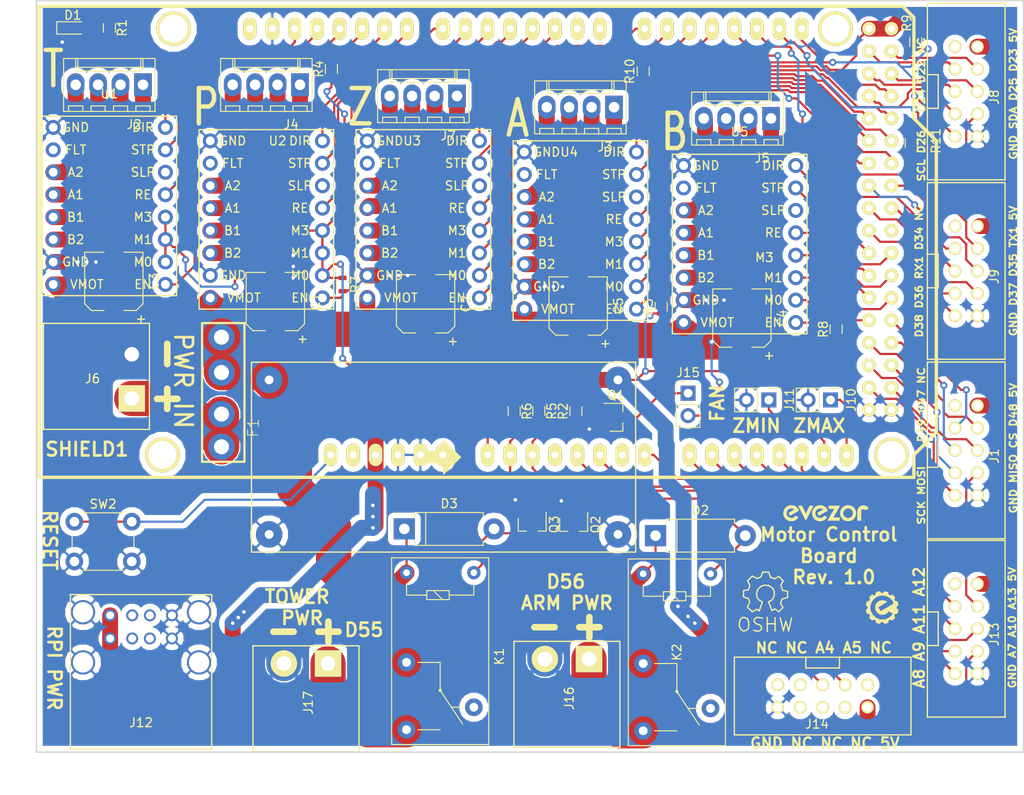
<source format=kicad_pcb>
(kicad_pcb (version 20221018) (generator pcbnew)
  (layers (0 "F.Cu" signal) (31 "B.Cu" signal) (34 "B.Paste" user) (35 "F.Paste" user) (36 "B.SilkS" user "B.Silkscreen") (37 "F.SilkS" user "F.Silkscreen") (38 "B.Mask" user) (39 "F.Mask" user) (44 "Edge.Cuts" user))
  (net 0 "")
  (net 1 "+24V")
  (net 2 "Net-(F1-Pad1)")
  (net 3 "Net-(J1-Pad1)")
  (net 4 "+5V")
  (net 5 "CS")
  (net 6 "MOSI")
  (net 7 "MISO")
  (net 8 "SCK")
  (net 9 "GND")
  (net 10 "Net-(J2-Pad4)")
  (net 11 "Net-(J2-Pad3)")
  (net 12 "Net-(J2-Pad2)")
  (net 13 "Net-(J2-Pad1)")
  (net 14 "Net-(J3-Pad1)")
  (net 15 "Net-(J3-Pad2)")
  (net 16 "Net-(J3-Pad3)")
  (net 17 "Net-(J3-Pad4)")
  (net 18 "Net-(J4-Pad1)")
  (net 19 "Net-(J4-Pad2)")
  (net 20 "Net-(J4-Pad3)")
  (net 21 "Net-(J4-Pad4)")
  (net 22 "Net-(J5-Pad4)")
  (net 23 "Net-(J5-Pad3)")
  (net 24 "Net-(J5-Pad2)")
  (net 25 "Net-(J5-Pad1)")
  (net 26 "Net-(J7-Pad4)")
  (net 27 "Net-(J7-Pad3)")
  (net 28 "Net-(J7-Pad2)")
  (net 29 "Net-(J7-Pad1)")
  (net 30 "SDA")
  (net 31 "SCL")
  (net 32 "Net-(SHIELD1-PadV_IN)")
  (net 33 "Net-(SHIELD1-Pad3V3)")
  (net 34 "Net-(SHIELD1-Pad0)")
  (net 35 "Net-(SHIELD1-Pad1)")
  (net 36 "Net-(SHIELD1-PadAREF)")
  (net 37 "Net-(SHIELD1-Pad39)")
  (net 38 "D47")
  (net 39 "D48")
  (net 40 "D49")
  (net 41 "T_ENABLE")
  (net 42 "T_RESET")
  (net 43 "Net-(U1-Pad6)")
  (net 44 "T_STEP")
  (net 45 "T_DIR")
  (net 46 "Net-(U1-Pad10)")
  (net 47 "Net-(U2-Pad10)")
  (net 48 "A_DIR")
  (net 49 "A_STEP")
  (net 50 "Net-(U2-Pad6)")
  (net 51 "A_RESET")
  (net 52 "A_M2")
  (net 53 "A_M1")
  (net 54 "A_M0")
  (net 55 "A_ENABLE")
  (net 56 "Net-(U3-Pad10)")
  (net 57 "P_DIR")
  (net 58 "P_STEP")
  (net 59 "Net-(U3-Pad6)")
  (net 60 "P_RESET")
  (net 61 "P_ENABLE")
  (net 62 "B_ENABLE")
  (net 63 "B_M0")
  (net 64 "B_M1")
  (net 65 "B_M2")
  (net 66 "B_RESET")
  (net 67 "Net-(U4-Pad6)")
  (net 68 "B_STEP")
  (net 69 "B_DIR")
  (net 70 "Net-(U4-Pad10)")
  (net 71 "Z_ENABLE")
  (net 72 "Z_M0")
  (net 73 "Z_M1")
  (net 74 "Z_M2")
  (net 75 "Z_RESET")
  (net 76 "Net-(U5-Pad6)")
  (net 77 "Z_STEP")
  (net 78 "Z_DIR")
  (net 79 "Net-(U5-Pad10)")
  (net 80 "Net-(J8-Pad1)")
  (net 81 "D22")
  (net 82 "D23")
  (net 83 "D24")
  (net 84 "D25")
  (net 85 "D26")
  (net 86 "Net-(J9-Pad1)")
  (net 87 "D34")
  (net 88 "TX1")
  (net 89 "RX1")
  (net 90 "D35")
  (net 91 "D36")
  (net 92 "D37")
  (net 93 "D38")
  (net 94 "ZMAX")
  (net 95 "ZMIN")
  (net 96 "Net-(J12-Pad6)")
  (net 97 "Net-(J12-Pad10)")
  (net 98 "Net-(J12-Pad11)")
  (net 99 "Net-(J12-Pad7)")
  (net 100 "Net-(J13-Pad1)")
  (net 101 "AD13")
  (net 102 "AD12")
  (net 103 "AD8")
  (net 104 "AD7")
  (net 105 "AD6")
  (net 106 "AD9")
  (net 107 "AD10")
  (net 108 "AD11")
  (net 109 "AD5")
  (net 110 "AD4")
  (net 111 "AD3")
  (net 112 "AD0")
  (net 113 "AD1")
  (net 114 "AD2")
  (net 115 "Net-(J14-Pad1)")
  (net 116 "Net-(D1-Pad2)")
  (net 117 "LED")
  (net 118 "Net-(J14-Pad8)")
  (net 119 "Net-(J15-Pad1)")
  (net 120 "RST")
  (net 121 "Net-(J14-Pad6)")
  (net 122 "Net-(J14-Pad9)")
  (net 123 "Net-(J16-Pad2)")
  (net 124 "Net-(J17-Pad2)")
  (net 125 "Net-(D2-Pad2)")
  (net 126 "Net-(D3-Pad2)")
  (net 127 "Net-(J14-Pad4)")
  (net 128 "Net-(J14-Pad7)")
  (footprint "ASSETS3:FUSE_BK-6013-ND" (layer "F.Cu") (at 160.02 85.09 90)
    (fp_text reference "F1")
    (fp_text value "Fuse" hide)
  )
  (footprint "Connectors_Molex:Molex_KK-6410-04_04x2.54mm_Straight" (layer "F.Cu") (at 151.13 50.8 180)
    (fp_text reference "J2")
    (fp_text value "Conn_01x04")
  )
  (footprint "Connectors_Molex:Molex_KK-6410-04_04x2.54mm_Straight" (layer "F.Cu") (at 204.47 53.34 180)
    (fp_text reference "J3")
    (fp_text value "Conn_01x04")
  )
  (footprint "Connectors_Molex:Molex_KK-6410-04_04x2.54mm_Straight" (layer "F.Cu") (at 168.91 50.8 180)
    (fp_text reference "J4")
    (fp_text value "Conn_01x04")
  )
  (footprint "Connectors_Molex:Molex_KK-6410-04_04x2.54mm_Straight" (layer "F.Cu") (at 222.25 54.61 180)
    (fp_text reference "J5")
    (fp_text value "Conn_01x04")
  )
  (footprint "ASSETS3:CONN_ON_SHORE_2x_15A" (layer "F.Cu") (at 149.86 83.82 -90)
    (fp_text reference "J6")
    (fp_text value "Conn_01x02")
  )
  (footprint "ASSETS3:DRV8825" (layer "F.Cu") (at 154.94 54.356 180)
    (fp_text reference "U1")
    (fp_text value "DRV8825")
  )
  (footprint "ASSETS3:DRV8825" (layer "F.Cu") (at 190.5 55.88 180)
    (fp_text reference "U3")
    (fp_text value "DRV8825")
  )
  (footprint "ASSETS3:DRV8825" (layer "F.Cu") (at 208.28 57.15 180)
    (fp_text reference "U4")
    (fp_text value "DRV8825")
  )
  (footprint "Connectors_Molex:Molex_KK-6410-04_04x2.54mm_Straight" (layer "F.Cu") (at 186.69 52.07 180)
    (fp_text reference "J7")
    (fp_text value "Conn_01x04")
  )
  (footprint "ASSETS3:DRV8825" (layer "F.Cu") (at 172.72 55.88 180)
    (fp_text reference "U2")
    (fp_text value "DRV8825")
  )
  (footprint "ASSETS3:10_PIN_IDC" (layer "F.Cu") (at 244.348 92.202 -90)
    (fp_text reference "J1")
    (fp_text value "Conn_02x05_Odd_Even")
  )
  (footprint "arduino_shields:ARDUINO MEGA SHIELD" (layer "F.Cu") (at 139.362971 95.25)
    (fp_text reference "SHIELD1")
    (fp_text value "ARDUINO_MEGA_SHIELD" hide)
  )
  (footprint "ASSETS3:DRV8825" (layer "F.Cu") (at 226.314 58.674 180)
    (fp_text reference "U5")
    (fp_text value "DRV8825")
  )
  (footprint "ASSETS3:10_PIN_IDC" (layer "F.Cu") (at 244.348 51.562 -90)
    (fp_text reference "J8")
    (fp_text value "Conn_02x05_Odd_Even")
  )
  (footprint "ASSETS3:10_PIN_IDC" (layer "F.Cu") (at 244.348 71.882 -90)
    (fp_text reference "J9")
    (fp_text value "Conn_02x05_Odd_Even")
  )
  (footprint "Capacitors_SMD:CP_Elec_6.3x5.7" (layer "F.Cu") (at 166.116 75.344 90)
    (fp_text reference "C1")
    (fp_text value "100uF")
  )
  (footprint "Capacitors_SMD:CP_Elec_6.3x5.7" (layer "F.Cu") (at 183.134 75.598 90)
    (fp_text reference "C2")
    (fp_text value "100uF")
  )
  (footprint "Capacitors_SMD:CP_Elec_6.3x5.7" (layer "F.Cu") (at 147.828 73.058 90)
    (fp_text reference "C3")
    (fp_text value "100uF")
  )
  (footprint "Capacitors_SMD:CP_Elec_6.3x5.7" (layer "F.Cu") (at 218.948 77.216 90)
    (fp_text reference "C4")
    (fp_text value "100uF")
  )
  (footprint "Capacitors_SMD:CP_Elec_6.3x5.7" (layer "F.Cu") (at 200.406 75.852 90)
    (fp_text reference "C5")
    (fp_text value "100uF")
  )
  (footprint "ASSETS3:10_PIN_IDC" (layer "F.Cu") (at 244.348 112.395 -90)
    (fp_text reference "J13")
    (fp_text value "Conn_02x05_Odd_Even")
  )
  (footprint "ASSETS3:10_PIN_IDC" (layer "F.Cu") (at 228.092 120.015 180)
    (fp_text reference "J14")
    (fp_text value "Conn_02x05_Odd_Even")
  )
  (footprint "ASSETS:2X_USB_A" (layer "F.Cu") (at 150.91 110.525)
    (fp_text reference "J12")
    (fp_text value "2X_USB")
  )
  (footprint "Resistors_SMD:R_0603" (layer "F.Cu") (at 209.804 75.946 90)
    (fp_text reference "R3")
    (fp_text value "10K")
  )
  (footprint "Resistors_SMD:R_0603" (layer "F.Cu") (at 172.466 49.01 90)
    (fp_text reference "R4")
    (fp_text value "10K")
  )
  (footprint "Resistors_SMD:R_0603" (layer "F.Cu") (at 229.616 78.486 90)
    (fp_text reference "R8")
    (fp_text value "10K")
  )
  (footprint "Resistors_SMD:R_0603" (layer "F.Cu") (at 207.772 49.276 90)
    (fp_text reference "R10")
    (fp_text value "10K")
  )
  (footprint "ASSETS:LM2596_DC-DC" (layer "F.Cu") (at 185.166 92.964 -90)
    (fp_text reference "U6")
    (fp_text value "VARIABLE_REGULATOR")
  )
  (footprint "LEDs:LED_0805" (layer "F.Cu") (at 143.172 44.3635)
    (fp_text reference "D1")
    (fp_text value "LED")
  )
  (footprint "Resistors_SMD:R_0603" (layer "F.Cu") (at 173.736 73.418 -90)
    (fp_text reference "R7")
    (fp_text value "10K")
  )
  (footprint "Resistors_SMD:R_0603" (layer "F.Cu") (at 147.32 44.3635 -90)
    (fp_text reference "R1")
    (fp_text value "10K")
  )
  (footprint "Pin_Headers:Pin_Header_Straight_1x02_Pitch2.54mm" (layer "F.Cu") (at 212.852 85.725)
    (fp_text reference "J15")
    (fp_text value "Conn_01x02")
  )
  (footprint "TO_SOT_Packages_SMD:SOT-23" (layer "F.Cu") (at 204.708 88.453)
    (fp_text reference "Q1")
    (fp_text value "Q_NMOS_GSD")
  )
  (footprint "Pin_Headers:Pin_Header_Straight_1x02_Pitch2.54mm" (layer "F.Cu") (at 228.981 86.487 -90)
    (fp_text reference "J10")
    (fp_text value "Conn_01x02")
  )
  (footprint "Pin_Headers:Pin_Header_Straight_1x02_Pitch2.54mm" (layer "F.Cu") (at 221.996 86.487 -90)
    (fp_text reference "J11")
    (fp_text value "Conn_01x02")
  )
  (footprint "ASSETS3:CONN_ON_SHORE_2x_15A" (layer "F.Cu") (at 199.136 115.824)
    (fp_text reference "J16")
    (fp_text value "Conn_01x02")
  )
  (footprint "ASSETS3:CONN_ON_SHORE_2x_15A" (layer "F.Cu") (at 169.585 116.332)
    (fp_text reference "J17")
    (fp_text value "Conn_01x02")
  )
  (footprint "Relays_ThroughHole:Relay_SPDT_OMRON-G5Q" (layer "F.Cu") (at 180.975 106.045 -90)
    (fp_text reference "K1")
    (fp_text value "G5Q-1A")
  )
  (footprint "Relays_ThroughHole:Relay_SPDT_OMRON-G5Q" (layer "F.Cu") (at 207.772 106.172 -90)
    (fp_text reference "K2")
    (fp_text value "G5Q-1A")
  )
  (footprint "TO_SOT_Packages_SMD:SOT-23" (layer "F.Cu") (at 199.898 100.6 -90)
    (fp_text reference "Q2")
    (fp_text value "Q_NMOS_GSD")
  )
  (footprint "TO_SOT_Packages_SMD:SOT-23" (layer "F.Cu") (at 195.199 100.584 -90)
    (fp_text reference "Q3")
    (fp_text value "Q_NMOS_GSD")
  )
  (footprint "Resistors_SMD:R_0603" (layer "F.Cu") (at 200.152 87.769 90)
    (fp_text reference "R2")
    (fp_text value "10K")
  )
  (footprint "Resistors_SMD:R_0603" (layer "F.Cu") (at 195.961 87.745 -90)
    (fp_text reference "R5")
    (fp_text value "10K")
  )
  (footprint "Resistors_SMD:R_0603" (layer "F.Cu") (at 238.633 45.962 90)
    (fp_text reference "R9")
    (fp_text value "4.7k")
  )
  (footprint "Resistors_SMD:R_0603" (layer "F.Cu") (at 193.167 87.769 -90)
    (fp_text reference "R6")
    (fp_text value "10K")
  )
  (footprint "Resistors_SMD:R_0603" (layer "F.Cu") (at 238.125 57.392 -90)
    (fp_text reference "R11")
    (fp_text value "4.7k")
  )
  (footprint "ASSETS3:evezor_18" (layer "F.Cu") (at 228.473 99.314)
    (fp_text reference "G***" hide)
    (fp_text value "LOGO" hide)
  )
  (footprint "ASSETS3:Symbol_OSHW-Logo_SilkScreen" (layer "F.Cu") (at 221.615 108.458)
    (fp_text reference "REF**" hide)
    (fp_text value "Symbol_OSHW-Logo_SilkScreen")
  )
  (footprint "ASSETS3:LOGO_37" (layer "F.Cu") (at 234.823 109.982)
    (fp_text reference "G***" hide)
    (fp_text value "LOGO" hide)
  )
  (footprint "Diodes_ThroughHole:D_DO-15_P10.16mm_Horizontal" (layer "F.Cu") (at 209.169 101.854)
    (fp_text reference "D2")
    (fp_text value "D")
  )
  (footprint "Diodes_ThroughHole:D_DO-15_P10.16mm_Horizontal" (layer "F.Cu") (at 180.721 101.092)
    (fp_text reference "D3")
    (fp_text value "D")
  )
  (footprint "Buttons_Switches_ThroughHole:SW_PUSH_6mm" (layer "F.Cu") (at 143.36 100.275)
    (fp_text reference "SW2")
    (fp_text value "SW_Push_Dual")
  )
  (gr_line (start 139.065 41.91) (end 139.065 126.365) (stroke (width 0.15)) (layer "Edge.Cuts"))
  (gr_line (start 139.065 41.275) (end 139.065 41.91) (stroke (width 0.15)) (layer "Edge.Cuts"))
  (gr_line (start 250.825 41.275) (end 139.065 41.275) (stroke (width 0.15)) (layer "Edge.Cuts"))
  (gr_line (start 250.825 126.365) (end 250.825 41.275) (stroke (width 0.15)) (layer "Edge.Cuts"))
  (gr_line (start 139.065 126.365) (end 250.825 126.365) (stroke (width 0.15)) (layer "Edge.Cuts"))
  (gr_text "P" (at 158.242 53.34) (layer "F.SilkS") (effects (font (size 4 3) (thickness 0.5))))
  (gr_text "Z" (at 175.768 53.34) (layer "F.SilkS") (effects (font (size 4 3) (thickness 0.5))))
  (gr_text "B" (at 211.328 56.134) (layer "F.SilkS") (effects (font (size 4 3) (thickness 0.5))))
  (gr_text "NC NC A4 A5 NC\n" (at 228.219 114.554) (layer "F.SilkS") (effects (font (size 1.2 1.2) (thickness 0.25))))
  (gr_text "SCK MOSI    D49 D47 NC\n" (at 239.268 91.694 90) (layer "F.SilkS") (effects (font (size 0.8 0.9) (thickness 0.2))))
  (gr_text "GND MISO CS D48 5V" (at 249.682 91.948 90) (layer "F.SilkS") (effects (font (size 0.8 0.9) (thickness 0.2))))
  (gr_text "GND D37 D35 TX1 5V" (at 249.682 71.882 90) (layer "F.SilkS") (effects (font (size 0.8 0.9) (thickness 0.2))))
  (gr_text "D38 D36 RX1 D34 NC\n" (at 239.014 71.882 90) (layer "F.SilkS") (effects (font (size 0.8 0.9) (thickness 0.2))))
  (gr_text "GND SDA D25 D23 5V" (at 249.682 51.816 90) (layer "F.SilkS") (effects (font (size 0.8 0.9) (thickness 0.2))))
  (gr_text "SCL D26   D24 D22 NC\n" (at 239.268 53.594 90) (layer "F.SilkS") (effects (font (size 0.8 0.9) (thickness 0.2))))
  (gr_text "ZMIN" (at 220.599 89.408) (layer "F.SilkS") (effects (font (size 1.5 1.5) (thickness 0.3))))
  (gr_text "FAN\n" (at 216.154 86.868 90) (layer "F.SilkS") (effects (font (size 1.5 1.5) (thickness 0.3))))
  (gr_text "RESET\n" (at 140.589 102.362 270) (layer "F.SilkS") (effects (font (size 1.5 1.5) (thickness 0.3))))
  (gr_text "GND A7 A10 A13 5V" (at 249.555 112.268 90) (layer "F.SilkS") (effects (font (size 0.8 0.9) (thickness 0.2))))
  (gr_text "A8 A9 A11 A12\n" (at 239.014 112.268 90) (layer "F.SilkS") (effects (font (size 1.2 1.2) (thickness 0.25))))
  (gr_text "PWR IN" (at 155.702 84.328 270) (layer "F.SilkS") (effects (font (size 2 2) (thickness 0.3))))
  (gr_text "ZMAX" (at 227.711 89.408) (layer "F.SilkS") (effects (font (size 1.5 1.5) (thickness 0.3))))
  (gr_text "A" (at 193.548 54.61) (layer "F.SilkS") (effects (font (size 4 3) (thickness 0.5))))
  (gr_text "RPI PWR" (at 141.097 116.84 270) (layer "F.SilkS") (effects (font (size 1.5 1.5) (thickness 0.3))))
  (gr_text "D55\n" (at 176.149 112.522) (layer "F.SilkS") (effects (font (size 1.5 1.5) (thickness 0.3))))
  (gr_text "ARM PWR" (at 199.136 109.474) (layer "F.SilkS") (effects (font (size 1.5 1.5) (thickness 0.3))))
  (gr_text "Motor Control \nBoard \nRev. 1.0" (at 229.362 104.14) (layer "F.SilkS") (effects (font (size 1.5 1.5) (thickness 0.3))))
  (gr_text "T" (at 140.97 49.022) (layer "F.SilkS") (effects (font (size 4 3) (thickness 0.5))))
  (gr_text "GND NC NC NC 5V\n" (at 228.346 125.349) (layer "F.SilkS") (effects (font (size 1.2 1.2) (thickness 0.25))))
  (gr_text "D56\n" (at 199.009 107.061) (layer "F.SilkS") (effects (font (size 1.5 1.5) (thickness 0.3))))
  (gr_text "TOWER \nPWR" (at 169.164 109.982) (layer "F.SilkS") (effects (font (size 1.5 1.5) (thickness 0.3))))
  (segment (start 160.02 79.38) (end 168.016 79.38) (width 4) (layer "F.Cu") (net 1))
  (segment (start 150.114 75.692) (end 146.812 75.692) (width 4) (layer "F.Cu") (net 1))
  (segment (start 172.72 100.965) (end 172.72 105.41) (width 4) (layer "F.Cu") (net 1))
  (segment (start 145.796 74.676) (end 144.018 74.676) (width 4) (layer "F.Cu") (net 1))
  (segment (start 177.165 109.855) (end 180.975 106.045) (width 1.8) (layer "F.Cu") (net 1))
  (segment (start 214.376 88.265) (end 216.408 86.233) (width 0.25) (layer "F.Cu") (net 1))
  (segment (start 180.975 106.045) (end 180.975 101.346) (width 0.25) (layer "F.Cu") (net 1))
  (segment (start 142.494 74.93) (end 146.304 74.93) (width 1.8) (layer "F.Cu") (net 1))
  (segment (start 152.302001 77.880001) (end 150.114 75.692) (width 4) (layer "F.Cu") (net 1))
  (segment (start 182.052 78.298) (end 181.864 78.486) (width 4) (layer "F.Cu") (net 1))
  (segment (start 146.812 75.692) (end 145.796 74.676) (width 4) (layer "F.Cu") (net 1))
  (segment (start 198.501 79.756) (end 199.202 79.756) (width 4) (layer "F.Cu") (net 1))
  (segment (start 212.344 77.724) (end 212.344 79.250001) (width 1.8) (layer "F.Cu") (net 1))
  (segment (start 176.53 74.93) (end 176.53 78.486) (width 1.8) (layer "F.Cu") (net 1))
  (segment (start 142.172081 73.406) (end 144.526 73.406) (width 1.8) (layer "F.Cu") (net 1))
  (segment (start 194.056 78.486) (end 197.231 78.486) (width 4) (layer "F.Cu") (net 1))
  (segment (start 165.416 84.214) (end 168.275 87.073) (width 4) (layer "F.Cu") (net 1))
  (segment (start 168.275 96.52) (end 172.72 100.965) (width 4) (layer "F.Cu") (net 1))
  (segment (start 203.835 109.855) (end 207.772 113.792) (width 4) (layer "F.Cu") (net 1))
  (segment (start 215.519 79.916) (end 218.948 79.916) (width 4) (layer "F.Cu") (net 1))
  (segment (start 198.501 79.756) (end 211.838001 79.756) (width 4) (layer "F.Cu") (net 1))
  (segment (start 176.53 78.486) (end 181.864 78.486) (width 4) (layer "F.Cu") (net 1))
  (segment (start 168.016 79.38) (end 168.91 78.486) (width 4) (layer "F.Cu") (net 1))
  (segment (start 180.975 101.346) (end 180.721 101.092) (width 0.25) (layer "F.Cu") (net 1))
  (segment (start 199.202 79.756) (end 200.406 78.552) (width 4) (layer "F.Cu") (net 1))
  (segment (start 166.116 78.044) (end 168.468 78.044) (width 4) (layer "F.Cu") (net 1))
  (segment (start 194.31 76.2) (end 194.31 78.232) (width 1.8) (layer "F.Cu") (net 1))
  (segment (start 159.853999 75.779999) (end 161.29 77.216) (width 1.8) (layer "F.Cu") (net 1))
  (segment (start 181.864 78.486) (end 194.056 78.486) (width 4) (layer "F.Cu") (net 1))
  (segment (start 159.599999 75.779999) (end 159.853999 75.779999) (width 1.8) (layer "F.Cu") (net 1))
  (segment (start 165.416 84.214) (end 165.416 81.98) (width 4) (layer "F.Cu") (net 1))
  (segment (start 209.169 101.854) (end 209.169 104.775) (width 0.25) (layer "F.Cu") (net 1))
  (segment (start 211.838001 79.756) (end 212.344 79.250001) (width 4) (layer "F.Cu") (net 1))
  (segment (start 172.72 105.41) (end 177.165 109.855) (width 4) (layer "F.Cu") (net 1))
  (segment (start 212.344 79.250001) (end 213.009999 79.916) (width 4) (layer "F.Cu") (net 1))
  (segment (start 177.165 109.855) (end 203.835 109.855) (width 4) (layer "F.Cu") (net 1))
  (segment (start 168.468 78.044) (end 168.91 78.486) (width 4) (layer "F.Cu") (net 1))
  (segment (start 177.165 110.980787) (end 177.165 109.855) (width 4) (layer "F.Cu") (net 1))
  (segment (start 140.97 73.406) (end 142.494 74.93) (width 1.8) (layer "F.Cu") (net 1))
  (segment (start 213.009999 79.916) (end 215.519 79.916) (width 4) (layer "F.Cu") (net 1))
  (segment (start 158.520001 77.880001) (end 156.972 77.880001) (width 4) (layer "F.Cu") (net 1))
  (segment (start 156.972 77.880001) (end 152.302001 77.880001) (width 4) (layer "F.Cu") (net 1))
  (segment (start 168.91 78.486) (end 176.53 78.486) (width 4) (layer "F.Cu") (net 1))
  (segment (start 158.75 74.93) (end 157.900001 75.779999) (width 1.8) (layer "F.Cu") (net 1))
  (segment (start 204.089 109.855) (end 207.772 106.172) (width 1.8) (layer "F.Cu") (net 1))
  (segment (start 203.835 109.855) (end 204.089 109.855) (width 1.8) (layer "F.Cu") (net 1))
  (segment (start 197.231 78.486) (end 198.501 79.756) (width 4) (layer "F.Cu") (net 1))
  (segment (start 165.416 81.98) (end 168.016 79.38) (width 4) (layer "F.Cu") (net 1))
  (segment (start 146.304 74.93) (end 147.066 75.692) (width 1.8) (layer "F.Cu") (net 1))
  (segment (start 158.75 74.93) (end 159.599999 75.779999) (width 1.8) (layer "F.Cu") (net 1))
  (segment (start 140.97 73.406) (end 142.172081 73.406) (width 1.8) (layer "F.Cu") (net 1))
  (segment (start 160.02 83.38) (end 160.02 79.38) (width 4) (layer "F.Cu") (net 1))
  (segment (start 194.31 78.232) (end 194.056 78.486) (width 1.8) (layer "F.Cu") (net 1))
  (segment (start 160.02 83.38) (end 164.582 83.38) (width 4) (layer "F.Cu") (net 1))
  (segment (start 183.134 78.298) (end 182.052 78.298) (width 4) (layer "F.Cu") (net 1))
  (segment (start 160.02 79.38) (end 158.520001 77.880001) (width 4) (layer "F.Cu") (net 1))
  (segment (start 168.275 87.073) (end 168.275 96.52) (width 4) (layer "F.Cu") (net 1))
  (segment (start 207.772 113.792) (end 207.772 116.332) (width 4) (layer "F.Cu") (net 1))
  (segment (start 209.169 104.775) (end 207.772 106.172) (width 0.25) (layer "F.Cu") (net 1))
  (segment (start 216.408 86.233) (end 216.408 84.455) (width 0.25) (layer "F.Cu") (net 1))
  (segment (start 157.900001 75.779999) (end 157.900001 76.952) (width 1.8) (layer "F.Cu") (net 1))
  (segment (start 164.582 83.38) (end 165.416 84.214) (width 4) (layer "F.Cu") (net 1))
  (segment (start 157.900001 76.952) (end 156.972 77.880001) (width 1.8) (layer "F.Cu") (net 1))
  (segment (start 180.975 116.205) (end 180.975 114.790787) (width 4) (layer "F.Cu") (net 1))
  (segment (start 180.975 114.790787) (end 177.165 110.980787) (width 4) (layer "F.Cu") (net 1))
  (segment (start 212.852 88.265) (end 214.376 88.265) (width 0.25) (layer "F.Cu") (net 1))
  (via (at 215.519 79.916) (size 0.8) (drill 0.4) (layers "F.Cu" "B.Cu") (net 1))
  (via (at 216.408 84.455) (size 0.8) (drill 0.4) (layers "F.Cu" "B.Cu") (net 1))
  (segment (start 216.008001 84.055001) (end 216.408 84.455) (width 0.25) (layer "B.Cu") (net 1))
  (segment (start 215.519 83.566) (end 216.008001 84.055001) (width 0.25) (layer "B.Cu") (net 1))
  (segment (start 215.519 79.916) (end 215.519 83.566) (width 0.25) (layer "B.Cu") (net 1))
  (segment (start 160.02 91.79) (end 160.02 88.09) (width 4) (layer "F.Cu") (net 2))
  (segment (start 155.027 86.32) (end 160.02 91.313) (width 4) (layer "F.Cu") (net 2))
  (segment (start 149.86 86.32) (end 155.027 86.32) (width 4) (layer "F.Cu") (net 2))
  (segment (start 160.02 91.313) (end 160.02 91.79) (width 4) (layer "F.Cu") (net 2))
  (segment (start 162.56 110.49) (end 161.925 111.125) (width 1.8) (layer "F.Cu") (net 4))
  (segment (start 227.203 82.931) (end 229.616 80.518) (width 0.25) (layer "F.Cu") (net 4))
  (segment (start 232.918 124.079) (end 233.172 123.825) (width 1.8) (layer "F.Cu") (net 4))
  (segment (start 247.269 87.122) (end 248.412 88.265) (width 0.25) (layer "F.Cu") (net 4))
  (segment (start 173.953 64.807) (end 173.953 54.102) (width 0.25) (layer "F.Cu") (net 4))
  (segment (start 247.015 107.315) (end 246.00001 107.315) (width 1.8) (layer "F.Cu") (net 4))
  (segment (start 248.031 108.331) (end 247.015 107.315) (width 1.8) (layer "F.Cu") (net 4))
  (segment (start 201.25768 83.693) (end 201.76568 83.185) (width 0.25) (layer "F.Cu") (net 4))
  (segment (start 248.793 88.519) (end 248.539 88.519) (width 0.25) (layer "F.Cu") (net 4))
  (segment (start 232.918 124.079) (end 245.745 124.079) (width 1.8) (layer "F.Cu") (net 4))
  (segment (start 147.41 116.295) (end 147.41 113.495) (width 1.8) (layer "F.Cu") (net 4))
  (segment (start 248.285 48.133) (end 248.412 48.006) (width 1.8) (layer "F.Cu") (net 4))
  (segment (start 247.142 87.122) (end 245.618 87.122) (width 1.8) (layer "F.Cu") (net 4))
  (segment (start 213.614 111.76) (end 212.852 110.998) (width 1.8) (layer "F.Cu") (net 4))
  (segment (start 231.902 47.498) (end 231.902 45.890971) (width 0.25) (layer "F.Cu") (net 4))
  (segment (start 171.45 67.31) (end 171.45 68.512081) (width 0.25) (layer "F.Cu") (net 4))
  (segment (start 171.728 72.668) (end 171.45 72.39) (width 0.25) (layer "F.Cu") (net 4))
  (segment (start 171.45 68.512081) (end 171.45 72.39) (width 0.25) (layer "F.Cu") (net 4))
  (segment (start 207.03732 84.214) (end 208.026 83.22532) (width 0.25) (layer "F.Cu") (net 4))
  (segment (start 212.852 110.998) (end 211.709 109.855) (width 1.8) (layer "F.Cu") (net 4))
  (segment (start 159.385 120.65) (end 151.765 120.65) (width 1.8) (layer "F.Cu") (net 4))
  (segment (start 209.03 50.026) (end 210.796 48.26) (width 0.25) (layer "F.Cu") (net 4))
  (segment (start 171.45 68.647919) (end 171.45 67.31) (width 0.25) (layer "F.Cu") (net 4))
  (segment (start 245.745 124.079) (end 248.285 121.539) (width 1.8) (layer "F.Cu") (net 4))
  (segment (start 228.886998 49.112002) (end 230.287998 49.112002) (width 0.25) (layer "F.Cu") (net 4))
  (segment (start 238.633 45.212) (end 238.633 44.712) (width 0.25) (layer "F.Cu") (net 4))
  (segment (start 248.412 48.006) (end 246.888 46.482) (width 1.8) (layer "F.Cu") (net 4))
  (segment (start 248.412 44.958) (end 246.888 43.434) (width 1.8) (layer "F.Cu") (net 4))
  (segment (start 248.412 59.69) (end 248.412 48.895) (width 1.8) (layer "F.Cu") (net 4))
  (segment (start 204.916 84.214) (end 201.943 84.214) (width 1.8) (layer "F.Cu") (net 4))
  (segment (start 238.633 44.712) (end 238.633 43.434) (width 0.25) (layer "F.Cu") (net 4))
  (segment (start 171.45 67.31) (end 173.953 64.807) (width 0.25) (layer "F.Cu") (net 4))
  (segment (start 245.618 66.802) (end 246.888 66.802) (width 0.25) (layer "F.Cu") (net 4))
  (segment (start 246.888 66.802) (end 245.87301 66.802) (width 1.8) (layer "F.Cu") (net 4))
  (segment (start 177.165 100.965) (end 177.165 98.425) (width 1.8) (layer "F.Cu") (net 4))
  (segment (start 201.76568 83.185) (end 201.63868 83.058) (width 0.25) (layer "F.Cu") (net 4))
  (segment (start 248.285 108.585) (end 248.412 108.458) (width 1.8) (layer "F.Cu") (net 4))
  (segment (start 218.948 117.094) (end 218.948 121.92) (width 1.8) (layer "F.Cu") (net 4))
  (segment (start 230.287998 49.112002) (end 231.902 47.498) (width 0.25) (layer "F.Cu") (net 4))
  (segment (start 201.943 84.214) (end 201.549 83.82) (width 1.8) (layer "F.Cu") (net 4))
  (segment (start 201.63868 83.058) (end 175.006 83.058) (width 0.25) (layer "F.Cu") (net 4))
  (segment (start 228.032596 48.710007) (end 228.485003 48.710007) (width 0.25) (layer "F.Cu") (net 4))
  (segment (start 232.580972 45.211999) (end 233.342971 44.45) (width 0.25) (layer "F.Cu") (net 4))
  (segment (start 177.462971 92.71) (end 177.462971 100.667029) (width 1.8) (layer "F.Cu") (net 4))
  (segment (start 219.54268 83.22532) (end 219.837 82.931) (width 0.25) (layer "F.Cu") (net 4))
  (segment (start 147.41 113.495) (end 147.41 110.875) (width 1.8) (layer "F.Cu") (net 4))
  (segment (start 177.165 100.965) (end 177.165 99.695) (width 1.8) (layer "F.Cu") (net 4))
  (segment (start 219.837 82.931) (end 227.203 82.931) (width 0.25) (layer "F.Cu") (net 4))
  (segment (start 213.614 111.76) (end 218.948 117.094) (width 1.8) (layer "F.Cu") (net 4))
  (segment (start 227.58259 48.26) (end 228.032596 48.710007) (width 0.25) (layer "F.Cu") (net 4))
  (segment (start 208.8 76.696) (end 208.534 76.962) (width 0.25) (layer "F.Cu") (net 4))
  (segment (start 161.925 111.125) (end 161.29 111.76) (width 1.8) (layer "F.Cu") (net 4))
  (segment (start 248.412 69.088) (end 248.285 68.961) (width 1.8) (layer "F.Cu") (net 4))
  (segment (start 161.29 111.76) (end 161.29 118.745) (width 1.8) (layer "F.Cu") (net 4))
  (segment (start 167.132 67.31) (end 171.45 67.31) (width 0.25) (layer "F.Cu") (net 4))
  (segment (start 238.125 58.142) (end 238.325 58.142) (width 0.25) (layer "F.Cu") (net 4))
  (segment (start 207.772 50.026) (end 209.03 50.026) (width 0.25) (layer "F.Cu") (net 4))
  (segment (start 246.888 43.434) (end 238.633 43.434) (width 1.8) (layer "F.Cu") (net 4))
  (segment (start 161.544 72.898) (end 167.132 67.31) (width 0.25) (layer "F.Cu") (net 4))
  (segment (start 208.026 83.22532) (end 219.54268 83.22532) (width 0.25) (layer "F.Cu") (net 4))
  (segment (start 233.172 123.825) (end 233.172 121.285) (width 1.8) (layer "F.Cu") (net 4))
  (segment (start 177.462971 100.667029) (end 177.165 100.965) (width 1.8) (layer "F.Cu") (net 4))
  (segment (start 172.466 51.054) (end 172.466 49.76) (width 0.25) (layer "F.Cu") (net 4))
  (segment (start 248.412 48.006) (end 248.412 44.958) (width 1.8) (layer "F.Cu") (net 4))
  (segment (start 221.107 124.079) (end 232.918 124.079) (width 1.8) (layer "F.Cu") (net 4))
  (segment (start 173.736 72.668) (end 171.728 72.668) (width 0.25) (layer "F.Cu") (net 4))
  (segment (start 153.67 68.326) (end 153.67 70.866) (width 0.25) (layer "F.Cu") (net 4))
  (segment (start 171.45 69.85) (end 171.45 68.647919) (width 0.25) (layer "F.Cu") (net 4))
  (segment (start 209.804 76.696) (end 208.8 76.696) (width 0.25) (layer "F.Cu") (net 4))
  (segment (start 177.462971 88.602029) (end 177.462971 92.71) (width 1.8) (layer "F.Cu") (net 4))
  (segment (start 238.633 43.434) (end 236.898971 43.434) (width 1.8) (layer "F.Cu") (net 4))
  (segment (start 151.765 120.65) (end 147.41 116.295) (width 1.8) (layer "F.Cu") (net 4))
  (segment (start 153.67 65.786) (end 153.67 70.866) (width 0.25) (layer "F.Cu") (net 4))
  (segment (start 153.67 68.326) (end 154.519999 69.175999) (width 0.25) (layer "F.Cu") (net 4))
  (segment (start 245.618 87.122) (end 247.269 87.122) (width 0.25) (layer "F.Cu") (net 4))
  (segment (start 175.006 83.058) (end 173.736 81.788) (width 0.25) (layer "F.Cu") (net 4))
  (segment (start 248.412 48.895) (end 248.412 48.006) (width 1.8) (layer "F.Cu") (net 4))
  (segment (start 236.898971 43.434) (end 235.882971 44.45) (width 1.8) (layer "F.Cu") (net 4))
  (segment (start 248.412 88.265) (end 248.412 69.088) (width 1.8) (layer "F.Cu") (net 4))
  (segment (start 231.902 45.890971) (end 232.580972 45.211999) (width 0.25) (layer "F.Cu") (net 4))
  (segment (start 173.482 71.12) (end 172.72 71.12) (width 0.25) (layer "F.Cu") (net 4))
  (segment (start 248.412 108.458) (end 248.412 88.265) (width 1.8) (layer "F.Cu") (net 4))
  (segment (start 248.285 121.539) (end 248.285 108.585) (width 1.8) (layer "F.Cu") (net 4))
  (segment (start 182.372 83.693) (end 177.462971 88.602029) (width 1.8) (layer "F.Cu") (net 4))
  (segment (start 248.92 88.392) (end 248.793 88.519) (width 0.25) (layer "F.Cu") (net 4))
  (segment (start 218.948 121.92) (end 221.107 124.079) (width 1.8) (layer "F.Cu") (net 4))
  (segment (start 228.485003 48.710007) (end 228.886998 49.112002) (width 0.25) (layer "F.Cu") (net 4))
  (segment (start 210.796 48.26) (end 227.58259 48.26) (width 0.25) (layer "F.Cu") (net 4))
  (segment (start 154.773999 69.175999) (end 155.956 70.358) (width 0.25) (layer "F.Cu") (net 4))
  (segment (start 229.616 80.518) (end 229.616 79.236) (width 0.25) (layer "F.Cu") (net 4))
  (segment (start 154.519999 69.175999) (end 154.773999 69.175999) (width 0.25) (layer "F.Cu") (net 4))
  (segment (start 248.412 68.326) (end 246.888 66.802) (width 1.8) (layer "F.Cu") (net 4))
  (segment (start 240.127 59.944) (end 249.174 59.944) (width 0.25) (layer "F.Cu") (net 4))
  (segment (start 161.544 73.66) (end 161.544 72.898) (width 0.25) (layer "F.Cu") (net 4))
  (segment (start 235.882971 44.45) (end 233.342971 44.45) (width 1.8) (layer "F.Cu") (net 4))
  (segment (start 248.412 48.895) (end 248.285 48.768) (width 1.8) (layer "F.Cu") (net 4))
  (segment (start 204.916 84.214) (end 207.03732 84.214) (width 0.25) (layer "F.Cu") (net 4))
  (segment (start 246.888 46.482) (end 245.618 46.482) (width 1.8) (layer "F.Cu") (net 4))
  (segment (start 171.958 51.562) (end 172.466 51.054) (width 0.25) (layer "F.Cu") (net 4))
  (segment (start 172.72 71.12) (end 171.45 72.39) (width 0.25) (layer "F.Cu") (net 4))
  (segment (start 161.29 118.745) (end 159.385 120.65) (width 1.8) (layer "F.Cu") (net 4))
  (segment (start 248.285 88.265) (end 247.142 87.122) (width 1.8) (layer "F.Cu") (net 4))
  (segment (start 201.25768 83.693) (end 182.372 83.693) (width 1.8) (layer "F.Cu") (net 4))
  (segment (start 155.956 70.358) (end 155.956 70.612) (width 0.25) (layer "F.Cu") (net 4))
  (segment (start 248.412 69.215) (end 248.412 68.326) (width 1.8) (layer "F.Cu") (net 4))
  (segment (start 248.285 68.961) (end 248.285 59.817) (width 1.8) (layer "F.Cu") (net 4))
  (segment (start 238.325 58.142) (end 240.127 59.944) (width 0.25) (layer "F.Cu") (net 4))
  (segment (start 248.285 48.768) (end 248.285 48.133) (width 1.8) (layer "F.Cu") (net 4))
  (via (at 161.544 73.66) (size 0.8) (drill 0.4) (layers "F.Cu" "B.Cu") (net 4))
  (via (at 155.956 70.612) (size 0.8) (drill 0.4) (layers "F.Cu" "B.Cu") (net 4))
  (via (at 171.958 51.562) (size 0.8) (drill 0.4) (layers "F.Cu" "B.Cu") (net 4))
  (via (at 161.29 111.76) (size 0.8) (drill 0.4) (layers "F.Cu" "B.Cu") (net 4))
  (via (at 177.165 98.425) (size 0.8) (drill 0.4) (layers "F.Cu" "B.Cu") (net 4))
  (via (at 177.165 100.965) (size 0.8) (drill 0.4) (layers "F.Cu" "B.Cu") (net 4))
  (via (at 212.852 110.998) (size 0.8) (drill 0.4) (layers "F.Cu" "B.Cu") (net 4))
  (via (at 177.165 99.695) (size 0.8) (drill 0.4) (layers "F.Cu" "B.Cu") (net 4))
  (via (at 208.534 76.962) (size 0.8) (drill 0.4) (layers "F.Cu" "B.Cu") (net 4))
  (via (at 162.56 110.49) (size 0.8) (drill 0.4) (layers "F.Cu" "B.Cu") (net 4))
  (via (at 211.709 109.855) (size 0.8) (drill 0.4) (layers "F.Cu" "B.Cu") (net 4))
  (via (at 213.614 111.76) (size 0.8) (drill 0.4) (layers "F.Cu" "B.Cu") (net 4))
  (via (at 173.953 54.102) (size 0.8) (drill 0.4) (layers "F.Cu" "B.Cu") (net 4))
  (via (at 173.736 81.788) (size 0.8) (drill 0.4) (layers "F.Cu" "B.Cu") (net 4))
  (via (at 173.482 71.12) (size 0.8) (drill 0.4) (layers "F.Cu" "B.Cu") (net 4))
  (via (at 161.925 111.125) (size 0.8) (drill 0.4) (layers "F.Cu" "B.Cu") (net 4))
  (via (at 208.026 83.22532) (size 0.8) (drill 0.4) (layers "F.Cu" "B.Cu") (net 4))
  (segment (start 175.895 100.965) (end 168.275 108.585) (width 1.8) (layer "B.Cu") (net 4))
  (segment (start 208.026 83.22532) (end 208.026 77.47) (width 0.25) (layer "B.Cu") (net 4))
  (segment (start 168.275 108.585) (end 164.465 108.585) (width 1.8) (layer "B.Cu") (net 4))
  (segment (start 155.956 71.882) (end 157.734 73.66) (width 0.25) (layer "B.Cu") (net 4))
  (segment (start 212.344 97.663) (end 212.344 109.22) (width 1.8) (layer "B.Cu") (net 4))
  (segment (start 177.165 100.965) (end 175.895 100.965) (width 1.8) (layer "B.Cu") (net 4))
  (segment (start 157.734 73.66) (end 161.544 73.66) (width 0.25) (layer "B.Cu") (net 4))
  (segment (start 210.312 89.61) (end 210.312 91.44) (width 1.8) (layer "B.Cu") (net 4))
  (segment (start 204.916 84.214) (end 210.312 89.61) (width 1.8) (layer "B.Cu") (net 4))
  (segment (start 173.953 54.102) (end 171.958 52.107) (width 0.25) (layer "B.Cu") (net 4))
  (segment (start 212.344 109.22) (end 211.709 109.855) (width 1.8) (layer "B.Cu") (net 4))
  (segment (start 173.736 81.788) (end 173.736 71.12) (width 0.25) (layer "B.Cu") (net 4))
  (segment (start 173.736 71.12) (end 173.482 71.12) (width 0.25) (layer "B.Cu") (net 4))
  (segment (start 211.709 109.855) (end 212.852 110.998) (width 1.8) (layer "B.Cu") (net 4))
  (segment (start 171.958 52.107) (end 171.958 51.562) (width 0.25) (layer "B.Cu") (net 4))
  (segment (start 212.852 110.998) (end 213.614 111.76) (width 1.8) (layer "B.Cu") (net 4))
  (segment (start 210.439 91.567) (end 210.439 95.758) (width 1.8) (layer "B.Cu") (net 4))
  (segment (start 177.165 100.965) (end 177.165 97.155) (width 1.8) (layer "B.Cu") (net 4))
  (segment (start 155.956 70.612) (end 155.956 71.882) (width 0.25) (layer "B.Cu") (net 4))
  (segment (start 164.465 108.585) (end 161.29 111.76) (width 1.8) (layer "B.Cu") (net 4))
  (segment (start 208.026 77.47) (end 208.534 76.962) (width 0.25) (layer "B.Cu") (net 4))
  (segment (start 210.439 95.758) (end 212.344 97.663) (width 1.8) (layer "B.Cu") (net 4))
  (segment (start 210.312 91.44) (end 210.439 91.567) (width 1.8) (layer "B.Cu") (net 4))
  (segment (start 240.422959 89.629988) (end 236.64497 85.851999) (width 0.25) (layer "F.Cu") (net 5))
  (segment (start 242.120413 90.932) (end 240.818401 89.629988) (width 0.25) (layer "F.Cu") (net 5))
  (segment (start 240.818401 89.629988) (end 240.422959 89.629988) (width 0.25) (layer "F.Cu") (net 5))
  (segment (start 236.64497 85.851999) (end 235.882971 85.09) (width 0.25) (layer "F.Cu") (net 5))
  (segment (start 245.618 92.202) (end 244.348 90.932) (width 0.25) (layer "F.Cu") (net 5))
  (segment (start 244.348 90.932) (end 242.120413 90.932) (width 0.25) (layer "F.Cu") (net 5))
  (segment (start 241.046 87.713029) (end 241.046 87.884) (width 0.25) (layer "F.Cu") (net 6))
  (segment (start 235.882971 82.55) (end 241.046 87.713029) (width 0.25) (layer "F.Cu") (net 6))
  (via (at 241.046 87.884) (size 0.8) (drill 0.4) (layers "F.Cu" "B.Cu") (net 6))
  (segment (start 241.136002 88.539687) (end 241.046 88.449685) (width 0.25) (layer "B.Cu") (net 6))
  (segment (start 241.046 88.449685) (end 241.046 87.884) (width 0.25) (layer "B.Cu") (net 6))
  (segment (start 241.136002 92.800002) (end 241.136002 88.539687) (width 0.25) (layer "B.Cu") (net 6))
  (segment (start 243.078 94.742) (end 241.136002 92.800002) (width 0.25) (layer "B.Cu") (net 6))
  (segment (start 242.062 98.806) (end 240.665 97.409) (width 0.25) (layer "F.Cu") (net 7))
  (segment (start 245.618 94.742) (end 244.348 96.012) (width 0.25) (layer "F.Cu") (net 7))
  (segment (start 240.665 91.186) (end 240.411 90.932) (width 0.25) (layer "F.Cu") (net 7))
  (segment (start 243.586 98.806) (end 242.062 98.806) (width 0.25) (layer "F.Cu") (net 7))
  (segment (start 244.348 98.044) (end 243.586 98.806) (width 0.25) (layer "F.Cu") (net 7))
  (segment (start 244.348 96.012) (end 244.348 98.044) (width 0.25) (layer "F.Cu") (net 7))
  (segment (start 233.342971 82.55) (end 234.79597 84.002999) (width 0.25) (layer "F.Cu") (net 7))
  (segment (start 240.665 97.409) (end 240.665 91.186) (width 0.25) (layer "F.Cu") (net 7))
  (segment (start 239.268 86.866267) (end 239.268 87.376) (width 0.25) (layer "F.Cu") (net 7))
  (segment (start 236.404732 84.002999) (end 239.268 86.866267) (width 0.25) (layer "F.Cu") (net 7))
  (segment (start 234.79597 84.002999) (end 236.404732 84.002999) (width 0.25) (layer "F.Cu") (net 7))
  (via (at 240.411 90.932) (size 0.8) (drill 0.4) (layers "F.Cu" "B.Cu") (net 7))
  (via (at 239.268 87.376) (size 0.8) (drill 0.4) (layers "F.Cu" "B.Cu") (net 7))
  (segment (start 239.268 87.376) (end 239.268 89.789) (width 0.25) (layer "B.Cu") (net 7))
  (segment (start 239.268 89.789) (end 240.011001 90.532001) (width 0.25) (layer "B.Cu") (net 7))
  (segment (start 240.011001 90.532001) (end 240.411 90.932) (width 0.25) (layer "B.Cu") (net 7))
  (segment (start 240.759001 90.206999) (end 241.136001 90.583999) (width 0.25) (layer "F.Cu") (net 8))
  (segment (start 241.136001 91.280001) (end 241.115011 91.300991) (width 0.25) (layer "F.Cu") (net 8))
  (segment (start 240.320999 90.206999) (end 240.759001 90.206999) (width 0.25) (layer "F.Cu") (net 8))
  (segment (start 234.612971 86.36) (end 236.474 86.36) (width 0.25) (layer "F.Cu") (net 8))
  (segment (start 242.366801 96.570801) (end 243.078 97.282) (width 0.25) (layer "F.Cu") (net 8))
  (segment (start 241.115011 91.300991) (end 241.115011 95.319011) (width 0.25) (layer "F.Cu") (net 8))
  (segment (start 241.136001 90.583999) (end 241.136001 91.280001) (width 0.25) (layer "F.Cu") (net 8))
  (segment (start 241.115011 95.319011) (end 242.366801 96.570801) (width 0.25) (layer "F.Cu") (net 8))
  (segment (start 233.342971 85.09) (end 234.612971 86.36) (width 0.25) (layer "F.Cu") (net 8))
  (segment (start 236.474 86.36) (end 240.320999 90.206999) (width 0.25) (layer "F.Cu") (net 8))
  (segment (start 176.53 72.39) (end 182.626 72.39) (width 1.8) (layer "F.Cu") (net 9))
  (segment (start 166.116 72.644) (end 168.148 72.644) (width 1.8) (layer "F.Cu") (net 9))
  (segment (start 195.961 86.995) (end 193.191 86.995) (width 0.25) (layer "F.Cu") (net 9))
  (segment (start 142.072 45.888) (end 141.986 45.974) (width 0.25) (layer "F.Cu") (net 9))
  (segment (start 193.191 86.995) (end 193.167 87.019) (width 0.25) (layer "F.Cu") (net 9))
  (segment (start 140.97 70.866) (end 147.32 70.866) (width 1.8) (layer "F.Cu") (net 9))
  (segment (start 200.152 88.519) (end 199.136 88.519) (width 0.25) (layer "F.Cu") (net 9))
  (segment (start 194.249 98.745) (end 193.294 97.79) (width 0.25) (layer "F.Cu") (net 9))
  (segment (start 200.152 89.281) (end 200.152 88.519) (width 0.25) (layer "F.Cu") (net 9))
  (segment (start 202.062 89.403) (end 201.676 89.789) (width 0.25) (layer "F.Cu") (net 9))
  (segment (start 201.676 89.789) (end 200.66 89.789) (width 0.25) (layer "F.Cu") (net 9))
  (segment (start 194.249 99.584) (end 194.249 98.745) (width 0.25) (layer "F.Cu") (net 9))
  (segment (start 197.612 86.995) (end 195.961 86.995) (width 0.25) (layer "F.Cu") (net 9))
  (segment (start 198.948 99.6) (end 198.948 98.364) (width 0.25) (layer "F.Cu") (net 9))
  (segment (start 199.898 73.66) (end 200.406 73.152) (width 1.8) (layer "F.Cu") (net 9))
  (segment (start 198.948 98.364) (end 198.501 97.917) (width 0.25) (layer "F.Cu") (net 9))
  (segment (start 182.626 72.39) (end 183.134 72.898) (width 1.8) (layer "F.Cu") (net 9))
  (segment (start 212.344 75.184) (end 218.28 75.184) (width 1.8) (layer "F.Cu") (net 9))
  (segment (start 218.28 75.184) (end 218.948 74.516) (width 1.8) (layer "F.Cu") (net 9))
  (segment (start 142.072 44.3635) (end 142.072 45.888) (width 0.25) (layer "F.Cu") (net 9))
  (segment (start 203.708 89.403) (end 202.062 89.403) (width 0.25) (layer "F.Cu") (net 9))
  (segment (start 200.66 89.789) (end 200.152 89.281) (width 0.25) (layer "F.Cu") (net 9))
  (segment (start 199.136 88.519) (end 197.612 86.995) (width 0.25) (layer "F.Cu") (net 9))
  (segment (start 147.32 70.866) (end 147.828 70.358) (width 1.8) (layer "F.Cu") (net 9))
  (segment (start 168.148 72.644) (end 168.148 70.104) (width 1.8) (layer "F.Cu") (net 9))
  (segment (start 194.31 73.66) (end 199.898 73.66) (width 1.8) (layer "F.Cu") (net 9))
  (via (at 197.612 73.66) (size 0.8) (drill 0.4) (layers "F.Cu" "B.Cu") (net 9))
  (via (at 196.596 73.66) (size 0.8) (drill 0.4) (layers "F.Cu" "B.Cu") (net 9))
  (via (at 141.986 45.974) (size 0.8) (drill 0.4) (layers "F.Cu" "B.Cu") (net 9))
  (via (at 168.148 71.374) (size 0.8) (drill 0.4) (layers "F.Cu" "B.Cu") (net 9))
  (via (at 144.78 70.866) (size 0.8) (drill 0.4) (layers "F.Cu" "B.Cu") (net 9))
  (via (at 201.676 89.789) (size 0.8) (drill 0.4) (layers "F.Cu" "B.Cu") (net 9))
  (via (at 215.9 75.184) (size 0.8) (drill 0.4) (layers "F.Cu" "B.Cu") (net 9))
  (via (at 180.086 72.39) (size 0.8) (drill 0.4) (layers "F.Cu" "B.Cu") (net 9))
  (via (at 168.148 72.644) (size 0.8) (drill 0.4) (layers "F.Cu" "B.Cu") (net 9))
  (via (at 193.294 97.79) (size 0.8) (drill 0.4) (layers "F.Cu" "B.Cu") (net 9))
  (via (at 168.148 70.104) (size 0.8) (drill 0.4) (layers "F.Cu" "B.Cu") (net 9))
  (via (at 145.796 70.866) (size 0.8) (drill 0.4) (layers "F.Cu" "B.Cu") (net 9))
  (via (at 214.884 75.184) (size 0.8) (drill 0.4) (layers "F.Cu" "B.Cu") (net 9))
  (via (at 198.628 73.66) (size 0.8) (drill 0.4) (layers "F.Cu" "B.Cu") (net 9))
  (via (at 198.501 97.917) (size 0.8) (drill 0.4) (layers "F.Cu" "B.Cu") (net 9))
  (via (at 216.916 75.184) (size 0.8) (drill 0.4) (layers "F.Cu" "B.Cu") (net 9))
  (via (at 143.764 70.866) (size 0.8) (drill 0.4) (layers "F.Cu" "B.Cu") (net 9))
  (via (at 179.07 72.39) (size 0.8) (drill 0.4) (layers "F.Cu" "B.Cu") (net 9))
  (via (at 181.102 72.39) (size 0.8) (drill 0.4) (layers "F.Cu" "B.Cu") (net 9))
  (segment (start 149.86 81.32) (end 146.598 81.32) (width 5) (layer "B.Cu") (net 9))
  (segment (start 167.085 116.332) (end 167.085 115.015) (width 4) (layer "B.Cu") (net 9))
  (segment (start 140.97 70.866) (end 143.764 70.866) (width 0.25) (layer "B.Cu") (net 9))
  (segment (start 196.636 115.824) (end 196.636 115.356) (width 4) (layer "B.Cu") (net 9))
  (segment (start 144.78 70.866) (end 143.764 70.866) (width 0.25) (layer "B.Cu") (net 9))
  (segment (start 144.78 70.866) (end 145.796 70.866) (width 0.25) (layer "B.Cu") (net 9))
  (segment (start 143.51 59.368081) (end 142.172081 60.706) (width 1.8) (layer "F.Cu") (net 10))
  (segment (start 143.51 50.8) (end 143.51 59.368081) (width 1.8) (layer "F.Cu") (net 10))
  (segment (start 142.172081 60.706) (end 140.97 60.706) (width 1.8) (layer "F.Cu") (net 10))
  (segment (start 143.100588 63.246) (end 142.172081 63.246) (width 1.8) (layer "F.Cu") (net 11))
  (segment (start 146.05 60.296588) (end 143.100588 63.246) (width 1.8) (layer "F.Cu") (net 11))
  (segment (start 146.05 50.8) (end 146.05 60.296588) (width 1.8) (layer "F.Cu") (net 11))
  (segment (start 142.172081 63.246) (end 140.97 63.246) (width 1.8) (layer "F.Cu") (net 11))
  (segment (start 143.813294 65.786) (end 142.172081 65.786) (width 1.8) (layer "F.Cu") (net 12))
  (segment (start 148.59 61.009294) (end 143.813294 65.786) (width 1.8) (layer "F.Cu") (net 12))
  (segment (start 148.59 50.8) (end 148.59 61.009294) (width 1.8) (layer "F.Cu") (net 12))
  (segment (start 142.172081 65.786) (end 140.97 65.786) (width 1.8) (layer "F.Cu") (net 12))
  (segment (start 142.172081 68.326) (end 140.97 68.326) (width 1.8) (layer "F.Cu") (net 13))
  (segment (start 144.526 68.326) (end 142.172081 68.326) (width 1.8) (layer "F.Cu") (net 13))
  (segment (start 151.13 61.722) (end 144.526 68.326) (width 1.8) (layer "F.Cu") (net 13))
  (segment (start 151.13 50.8) (end 151.13 61.722) (width 1.8) (layer "F.Cu") (net 13))
  (segment (start 204.47 63.888116) (end 197.238116 71.12) (width 1.8) (layer "F.Cu") (net 14))
  (segment (start 197.238116 71.12) (end 194.39104 71.12) (width 1.8) (layer "F.Cu") (net 14))
  (segment (start 204.47 53.34) (end 204.47 63.888116) (width 1.8) (layer "F.Cu") (net 14))
  (segment (start 201.93 53.34) (end 201.93 63.175412) (width 1.8) (layer "F.Cu") (net 15))
  (segment (start 196.525412 68.58) (end 194.39104 68.58) (width 1.8) (layer "F.Cu") (net 15))
  (segment (start 201.93 63.175412) (end 196.525412 68.58) (width 1.8) (layer "F.Cu") (net 15))
  (segment (start 199.39 62.462707) (end 195.812707 66.04) (width 1.8) (layer "F.Cu") (net 16))
  (segment (start 195.812707 66.04) (end 194.39104 66.04) (width 1.8) (layer "F.Cu") (net 16))
  (segment (start 199.39 53.34) (end 199.39 62.462707) (width 1.8) (layer "F.Cu") (net 16))
  (segment (start 195.100002 63.5) (end 194.39104 63.5) (width 1.8) (layer "F.Cu") (net 17))
  (segment (start 196.85 61.750002) (end 195.100002 63.5) (width 1.8) (layer "F.Cu") (net 17))
  (segment (start 196.85 53.34) (end 196.85 61.750002) (width 1.8) (layer "F.Cu") (net 17))
  (segment (start 162.090193 69.85) (end 159.952081 69.85) (width 1.8) (layer "F.Cu") (net 18))
  (segment (start 168.91 63.030193) (end 162.090193 69.85) (width 1.8) (layer "F.Cu") (net 18))
  (segment (start 159.952081 69.85) (end 158.75 69.85) (width 1.8) (layer "F.Cu") (net 18))
  (segment (start 168.91 50.8) (end 168.91 63.030193) (width 1.8) (layer "F.Cu") (net 18))
  (segment (start 166.37 50.8) (end 166.37 62.317489) (width 1.8) (layer "F.Cu") (net 19))
  (segment (start 159.952081 67.31) (end 158.75 67.31) (width 1.8) (layer "F.Cu") (net 19))
  (segment (start 161.377489 67.31) (end 159.952081 67.31) (width 1.8) (layer "F.Cu") (net 19))
  (segment (start 166.37 62.317489) (end 161.377489 67.31) (width 1.8) (layer "F.Cu") (net 19))
  (segment (start 159.952081 64.77) (end 158.75 64.77) (width 1.8) (layer "F.Cu") (net 20))
  (segment (start 160.664785 64.77) (end 159.952081 64.77) (width 1.8) (layer "F.Cu") (net 20))
  (segment (start 163.83 61.604785) (end 160.664785 64.77) (width 1.8) (layer "F.Cu") (net 20))
  (segment (start 163.83 50.8) (end 163.83 61.604785) (width 1.8) (layer "F.Cu") (net 20))
  (segment (start 161.29 50.8) (end 161.29 60.892081) (width 1.8) (layer "F.Cu") (net 21))
  (segment (start 159.952081 62.23) (end 158.75 62.23) (width 1.8) (layer "F.Cu") (net 21))
  (segment (start 161.29 60.892081) (end 159.952081 62.23) (width 1.8) (layer "F.Cu") (net 21))
  (segment (start 214.76999 63.800091) (end 214.76999 54.74999) (width 1.8) (layer "F.Cu") (net 22))
  (segment (start 214.76999 54.74999) (end 214.63 54.61) (width 1.8) (layer "F.Cu") (net 22))
  (segment (start 212.344 65.024) (end 213.546081 65.024) (width 1.8) (layer "F.Cu") (net 22))
  (segment (start 213.546081 65.024) (end 214.76999 63.800091) (width 1.8) (layer "F.Cu") (net 22))
  (segment (start 217.17 64.652786) (end 214.258786 67.564) (width 1.8) (layer "F.Cu") (net 23))
  (segment (start 213.546081 67.564) (end 212.344 67.564) (width 1.8) (layer "F.Cu") (net 23))
  (segment (start 217.17 54.61) (end 217.17 64.652786) (width 1.8) (layer "F.Cu") (net 23))
  (segment (start 214.258786 67.564) (end 213.546081 67.564) (width 1.8) (layer "F.Cu") (net 23))
  (segment (start 219.71 65.36549) (end 214.97149 70.104) (width 1.8) (layer "F.Cu") (net 24))
  (segment (start 214.97149 70.104) (end 213.546081 70.104) (width 1.8) (layer "F.Cu") (net 24))
  (segment (start 219.71 54.61) (end 219.71 65.36549) (width 1.8) (layer "F.Cu") (net 24))
  (segment (start 213.546081 70.104) (end 212.344 70.104) (width 1.8) (layer "F.Cu") (net 24))
  (segment (start 222.25 66.078194) (end 215.684194 72.644) (width 1.8) (layer "F.Cu") (net 25))
  (segment (start 213.546081 72.644) (end 212.344 72.644) (width 1.8) (layer "F.Cu") (net 25))
  (segment (start 215.684194 72.644) (end 213.546081 72.644) (width 1.8) (layer "F.Cu") (net 25))
  (segment (start 222.25 54.61) (end 222.25 66.078194) (width 1.8) (layer "F.Cu") (net 25))
  (segment (start 179.07 60.892081) (end 179.07 55.17) (width 1.8) (layer "F.Cu") (net 26))
  (segment (start 179.07 55.17) (end 179.07 52.07) (width 1.8) (layer "F.Cu") (net 26))
  (segment (start 177.732081 62.23) (end 179.07 60.892081) (width 1.8) (layer "F.Cu") (net 26))
  (segment (start 176.53 62.23) (end 177.732081 62.23) (width 1.8) (layer "F.Cu") (net 26))
  (segment (start 178.684776 64.53001) (end 176.76999 64.53001) (width 1.8) (layer "F.Cu") (net 27))
  (segment (start 176.76999 64.53001) (end 176.53 64.77) (width 1.8) (layer "F.Cu") (net 27))
  (segment (start 181.61 61.604786) (end 178.684776 64.53001) (width 1.8) (layer "F.Cu") (net 27))
  (segment (start 181.61 52.07) (end 181.61 61.604786) (width 1.8) (layer "F.Cu") (net 27))
  (segment (start 179.157491 67.31) (end 184.15 62.317491) (width 1.8) (layer "F.Cu") (net 28))
  (segment (start 184.15 62.317491) (end 184.15 55.17) (width 1.8) (layer "F.Cu") (net 28))
  (segment (start 176.53 67.31) (end 179.157491 67.31) (width 1.8) (layer "F.Cu") (net 28))
  (segment (start 184.15 55.17) (end 184.15 52.07) (width 1.8) (layer "F.Cu") (net 28))
  (segment (start 186.69 63.030196) (end 179.870196 69.85) (width 1.8) (layer "F.Cu") (net 29))
  (segment (start 186.69 52.07) (end 186.69 63.030196) (width 1.8) (layer "F.Cu") (net 29))
  (segment (start 179.870196 69.85) (end 177.732081 69.85) (width 1.8) (layer "F.Cu") (net 29))
  (segment (start 177.732081 69.85) (end 176.53 69.85) (width 1.8) (layer "F.Cu") (net 29))
  (segment (start 224.194971 45.97) (end 224.786001 45.97) (width 0.25) (layer "F.Cu") (net 30))
  (segment (start 244.348 57.658) (end 243.84 58.166) (width 0.25) (layer "F.Cu") (net 30))
  (segment (start 238.905999 55.009999) (end 238.905999 54.737) (width 0.25) (layer "F.Cu") (net 30))
  (segment (start 242.062 58.166) (end 238.905999 55.009999) (width 0.25) (layer "F.Cu") (net 30))
  (segment (start 225.914001 47.098) (end 226.314 47.497999) (width 0.25) (layer "F.Cu") (net 30))
  (segment (start 238.905999 54.737) (end 238.905999 55.099001) (width 0.25) (layer "F.Cu") (net 30))
  (segment (start 223.182971 44.958) (end 224.194971 45.97) (width 0.25) (layer "F.Cu") (net 30))
  (segment (start 238.905999 55.099001) (end 238.125 55.88) (width 0.25) (layer "F.Cu") (net 30))
  (segment (start 238.905999 53.993999) (end 238.506 53.594) (width 0.25) (layer "F.Cu") (net 30))
  (segment (start 245.618 54.102) (end 244.348 55.372) (width 0.25) (layer "F.Cu") (net 30))
  (segment (start 244.348 55.372) (end 244.348 57.658) (width 0.25) (layer "F.Cu") (net 30))
  (segment (start 223.182971 44.45) (end 223.182971 44.958) (width 0.25) (layer "F.Cu") (net 30))
  (segment (start 238.905999 54.737) (end 238.905999 53.993999) (width 0.25) (layer "F.Cu") (net 30))
  (segment (start 238.125 55.88) (end 238.125 56.642) (width 0.25) (layer "F.Cu") (net 30))
  (segment (start 243.84 58.166) (end 242.062 58.166) (width 0.25) (layer "F.Cu") (net 30))
  (segment (start 224.786001 45.97) (end 225.914001 47.098) (width 0.25) (layer "F.Cu") (net 30))
  (via (at 226.314 47.497999) (size 0.8) (drill 0.4) (layers "F.Cu" "B.Cu") (net 30))
  (via (at 238.506 53.594) (size 0.8) (drill 0.4) (layers "F.Cu" "B.Cu") (net 30))
  (segment (start 231.336317 53.34) (end 226.314 48.317683) (width 0.25) (layer "B.Cu") (net 30))
  (segment (start 238.252 53.34) (end 231.336317 53.34) (width 0.25) (layer "B.Cu") (net 30))
  (segment (start 226.314 48.063684) (end 226.314 47.497999) (width 0.25) (layer "B.Cu") (net 30))
  (segment (start 238.506 53.594) (end 238.252 53.34) (width 0.25) (layer "B.Cu") (net 30))
  (segment (start 226.314 48.317683) (end 226.314 48.063684) (width 0.25) (layer "B.Cu") (net 30))
  (segment (start 225.722971 44.45) (end 225.722971 45.763971) (width 0.25) (layer "F.Cu") (net 31))
  (segment (start 238.506 52.07) (end 238.506 52.069996) (width 0.25) (layer "F.Cu") (net 31))
  (segment (start 238.633 46.712) (end 240.006 46.712) (width 0.25) (layer "F.Cu") (net 31))
  (segment (start 240.006 46.712) (end 240.03 46.736) (width 0.25) (layer "F.Cu") (net 31))
  (segment (start 225.722971 45.763971) (end 228.218996 48.259996) (width 0.25) (layer "F.Cu") (net 31))
  (segment (start 228.218996 48.259996) (end 229.235 48.259996) (width 0.25) (layer "F.Cu") (net 31))
  (segment (start 243.078 56.642) (end 238.506 52.07) (width 0.25) (layer "F.Cu") (net 31))
  (via (at 229.235 48.259996) (size 0.8) (drill 0.4) (layers "F.Cu" "B.Cu") (net 31))
  (via (at 238.506 52.069996) (size 0.8) (drill 0.4) (layers "F.Cu" "B.Cu") (net 31))
  (via (at 240.03 46.736) (size 0.8) (drill 0.4) (layers "F.Cu" "B.Cu") (net 31))
  (segment (start 237.998 48.768) (end 236.982 48.768) (width 0.25) (layer "B.Cu") (net 31))
  (segment (start 238.506 50.292) (end 236.982 48.768) (width 0.25) (layer "B.Cu") (net 31))
  (segment (start 240.03 46.736) (end 237.998 48.768) (width 0.25) (layer "B.Cu") (net 31))
  (segment (start 238.506 52.069996) (end 238.506 50.292) (width 0.25) (layer "B.Cu") (net 31))
  (segment (start 236.473996 48.259996) (end 229.800685 48.259996) (width 0.25) (layer "B.Cu") (net 31))
  (segment (start 236.982 48.768) (end 236.473996 48.259996) (width 0.25) (layer "B.Cu") (net 31))
  (segment (start 229.800685 48.259996) (end 229.235 48.259996) (width 0.25) (layer "B.Cu") (net 31))
  (segment (start 243.756971 85.344) (end 244.348 85.344) (width 0.25) (layer "F.Cu") (net 38))
  (segment (start 235.882971 77.47) (end 243.756971 85.344) (width 0.25) (layer "F.Cu") (net 38))
  (via (at 244.348 85.344) (size 0.8) (drill 0.4) (layers "F.Cu" "B.Cu") (net 38))
  (segment (start 244.348 85.344) (end 244.348 88.392) (width 0.25) (layer "B.Cu") (net 38))
  (segment (start 244.348 88.392) (end 243.078 89.662) (width 0.25) (layer "B.Cu") (net 38))
  (segment (start 241.808 86.671004) (end 241.808 87.884) (width 0.25) (layer "F.Cu") (net 39))
  (segment (start 244.906801 88.950801) (end 245.618 89.662) (width 0.25) (layer "F.Cu") (net 39))
  (segment (start 241.082998 85.946002) (end 241.808 86.671004) (width 0.25) (layer "F.Cu") (net 39))
  (segment (start 241.082998 85.888998) (end 241.082998 85.946002) (width 0.25) (layer "F.Cu") (net 39))
  (segment (start 234.612971 81.28) (end 236.474 81.28) (width 0.25) (layer "F.Cu") (net 39))
  (segment (start 242.316 88.392) (end 244.348 88.392) (width 0.25) (layer "F.Cu") (net 39))
  (segment (start 244.348 88.392) (end 244.906801 88.950801) (width 0.25) (layer "F.Cu") (net 39))
  (segment (start 241.808 87.884) (end 242.316 88.392) (width 0.25) (layer "F.Cu") (net 39))
  (segment (start 236.474 81.28) (end 241.082998 85.888998) (width 0.25) (layer "F.Cu") (net 39))
  (segment (start 233.342971 80.01) (end 234.612971 81.28) (width 0.25) (layer "F.Cu") (net 39))
  (segment (start 241.408001 84.436001) (end 241.808 84.836) (width 0.25) (layer "F.Cu") (net 40))
  (segment (start 235.882971 80.01) (end 236.982 80.01) (width 0.25) (layer "F.Cu") (net 40))
  (segment (start 236.982 80.01) (end 241.408001 84.436001) (width 0.25) (layer "F.Cu") (net 40))
  (via (at 241.808 84.836) (size 0.8) (drill 0.4) (layers "F.Cu" "B.Cu") (net 40))
  (segment (start 243.078 92.202) (end 241.808 90.932) (width 0.25) (layer "B.Cu") (net 40))
  (segment (start 241.808 90.932) (end 241.808 85.401685) (width 0.25) (layer "B.Cu") (net 40))
  (segment (start 241.808 85.401685) (end 241.808 84.836) (width 0.25) (layer "B.Cu") (net 40))
  (segment (start 178.478971 44.958) (end 175.176971 48.26) (width 0.25) (layer "F.Cu") (net 41))
  (segment (start 156.972 51.313643) (end 156.972 71.306081) (width 0.25) (layer "F.Cu") (net 41))
  (segment (start 175.176971 48.26) (end 172.466 48.26) (width 0.25) (layer "F.Cu") (net 41))
  (segment (start 154.872081 73.406) (end 153.67 73.406) (width 0.25) (layer "F.Cu") (net 41))
  (segment (start 172.466 48.26) (end 160.025643 48.26) (width 0.25) (layer "F.Cu") (net 41))
  (segment (start 178.478971 44.45) (end 178.478971 44.958) (width 0.25) (layer "F.Cu") (net 41))
  (segment (start 154.432 73.406) (end 153.67 73.406) (width 0.25) (layer "F.Cu") (net 41))
  (segment (start 160.025643 48.26) (end 156.972 51.313643) (width 0.25) (layer "F.Cu") (net 41))
  (segment (start 156.972 71.306081) (end 154.872081 73.406) (width 0.25) (layer "F.Cu") (net 41))
  (segment (start 154.519999 62.396001) (end 153.67 63.246) (width 0.25) (layer "F.Cu") (net 42))
  (segment (start 175.938971 44.958) (end 173.652971 47.244) (width 0.25) (layer "F.Cu") (net 42))
  (segment (start 169.845793 47.244) (end 169.279804 47.809989) (width 0.25) (layer "F.Cu") (net 42))
  (segment (start 173.652971 47.244) (end 169.845793 47.244) (width 0.25) (layer "F.Cu") (net 42))
  (segment (start 155.644011 61.271989) (end 154.519999 62.396001) (width 0.25) (layer "F.Cu") (net 42))
  (segment (start 175.938971 44.45) (end 175.938971 44.958) (width 0.25) (layer "F.Cu") (net 42))
  (segment (start 169.279804 47.809989) (end 159.839243 47.809989) (width 0.25) (layer "F.Cu") (net 42))
  (segment (start 155.644011 52.005221) (end 155.644011 61.271989) (width 0.25) (layer "F.Cu") (net 42))
  (segment (start 159.839243 47.809989) (end 155.644011 52.005221) (width 0.25) (layer "F.Cu") (net 42))
  (segment (start 169.093404 47.359978) (end 159.652843 47.359978) (width 0.25) (layer "F.Cu") (net 44))
  (segment (start 154.519999 57.316001) (end 153.67 58.166) (width 0.25) (layer "F.Cu") (net 44))
  (segment (start 173.398971 44.45) (end 173.398971 44.958) (width 0.25) (layer "F.Cu") (net 44))
  (segment (start 155.194 51.818821) (end 155.194 56.642) (width 0.25) (layer "F.Cu") (net 44))
  (segment (start 171.620971 46.736) (end 169.717382 46.736) (width 0.25) (layer "F.Cu") (net 44))
  (segment (start 155.194 56.642) (end 154.519999 57.316001) (width 0.25) (layer "F.Cu") (net 44))
  (segment (start 169.717382 46.736) (end 169.093404 47.359978) (width 0.25) (layer "F.Cu") (net 44))
  (segment (start 173.398971 44.958) (end 171.620971 46.736) (width 0.25) (layer "F.Cu") (net 44))
  (segment (start 159.652843 47.359978) (end 155.194 51.818821) (width 0.25) (layer "F.Cu") (net 44))
  (segment (start 153.67 54.423919) (end 153.67 55.626) (width 0.25) (layer "F.Cu") (net 45))
  (segment (start 170.858971 44.45) (end 170.858971 44.958) (width 0.25) (layer "F.Cu") (net 45))
  (segment (start 159.466443 46.909968) (end 157.9204 48.456011) (width 0.25) (layer "F.Cu") (net 45))
  (segment (start 157.791989 48.456011) (end 153.67 52.578) (width 0.25) (layer "F.Cu") (net 45))
  (segment (start 170.858971 44.958) (end 168.907004 46.909967) (width 0.25) (layer "F.Cu") (net 45))
  (segment (start 153.67 52.578) (end 153.67 54.423919) (width 0.25) (layer "F.Cu") (net 45))
  (segment (start 168.907004 46.909967) (end 159.466443 46.909968) (width 0.25) (layer "F.Cu") (net 45))
  (segment (start 157.9204 48.456011) (end 157.791989 48.456011) (width 0.25) (layer "F.Cu") (net 45))
  (segment (start 230.124 50.8) (end 234.061 50.8) (width 0.25) (layer "F.Cu") (net 48))
  (segment (start 228.700598 49.562013) (end 228.886013 49.562013) (width 0.25) (layer "F.Cu") (net 48))
  (segment (start 235.120972 51.308001) (end 235.882971 52.07) (width 0.25) (layer "F.Cu") (net 48))
  (segment (start 227.846196 49.160018) (end 228.298603 49.160018) (width 0.25) (layer "F.Cu") (net 48))
  (segment (start 212.393523 48.710011) (end 227.39619 48.710011) (width 0.25) (layer "F.Cu") (net 48))
  (segment (start 227.39619 48.710011) (end 227.846196 49.160018) (width 0.25) (layer "F.Cu") (net 48))
  (segment (start 234.569001 51.308001) (end 235.120972 51.308001) (width 0.25) (layer "F.Cu") (net 48))
  (segment (start 207.01 54.093534) (end 212.393523 48.710011) (width 0.25) (layer "F.Cu") (net 48))
  (segment (start 228.886013 49.562013) (end 230.124 50.8) (width 0.25) (layer "F.Cu") (net 48))
  (segment (start 234.061 50.8) (end 234.569001 51.308001) (width 0.25) (layer "F.Cu") (net 48))
  (segment (start 228.298603 49.160018) (end 228.700598 49.562013) (width 0.25) (layer "F.Cu") (net 48))
  (segment (start 207.01 58.42) (end 207.01 54.093534) (width 0.25) (layer "F.Cu") (net 48))
  (segment (start 227.659796 49.610029) (end 228.112203 49.610029) (width 0.25) (layer "F.Cu") (net 49))
  (segment (start 228.112203 49.610029) (end 228.514198 50.012024) (width 0.25) (layer "F.Cu") (net 49))
  (segment (start 227.20979 49.160022) (end 227.659796 49.610029) (width 0.25) (layer "F.Cu") (net 49))
  (segment (start 232.02759 53.34) (end 234.188 53.34) (width 0.25) (layer "F.Cu") (net 49))
  (segment (start 212.579923 49.160022) (end 227.20979 49.160022) (width 0.25) (layer "F.Cu") (net 49))
  (segment (start 208.337985 53.40196) (end 212.579923 49.160022) (width 0.25) (layer "F.Cu") (net 49))
  (segment (start 207.01 60.96) (end 208.337985 59.632015) (width 0.25) (layer "F.Cu") (net 49))
  (segment (start 234.188 53.34) (end 234.696001 53.848001) (width 0.25) (layer "F.Cu") (net 49))
  (segment (start 228.514198 50.012024) (end 228.699614 50.012024) (width 0.25) (layer "F.Cu") (net 49))
  (segment (start 208.337985 59.632015) (end 208.337985 53.40196) (width 0.25) (layer "F.Cu") (net 49))
  (segment (start 235.120972 53.848001) (end 235.882971 54.61) (width 0.25) (layer "F.Cu") (net 49))
  (segment (start 234.696001 53.848001) (end 235.120972 53.848001) (width 0.25) (layer "F.Cu") (net 49))
  (segment (start 228.699614 50.012024) (end 232.02759 53.34) (width 0.25) (layer "F.Cu") (net 49))
  (segment (start 232.580972 53.848001) (end 233.342971 54.61) (width 0.25) (layer "F.Cu") (net 51))
  (segment (start 226.930799 49.827035) (end 227.438798 50.335035) (width 0.25) (layer "F.Cu") (net 51))
  (segment (start 225.152798 49.827035) (end 226.930799 49.827035) (width 0.25) (layer "F.Cu") (net 51))
  (segment (start 207.01 66.04) (end 208.787996 64.262004) (width 0.25) (layer "F.Cu") (net 51))
  (segment (start 224.935796 49.610033) (end 225.152798 49.827035) (width 0.25) (layer "F.Cu") (net 51))
  (segment (start 228.140681 50.335035) (end 231.653645 53.848001) (width 0.25) (layer "F.Cu") (net 51))
  (segment (start 231.653645 53.848001) (end 232.580972 53.848001) (width 0.25) (layer "F.Cu") (net 51))
  (segment (start 208.787996 53.58836) (end 212.766323 49.610033) (width 0.25) (layer "F.Cu") (net 51))
  (segment (start 212.766323 49.610033) (end 224.935796 49.610033) (width 0.25) (layer "F.Cu") (net 51))
  (segment (start 227.438798 50.335035) (end 228.140681 50.335035) (width 0.25) (layer "F.Cu") (net 51))
  (segment (start 208.787996 64.262004) (end 208.787996 53.58836) (width 0.25) (layer "F.Cu") (net 51))
  (segment (start 207.01 68.58) (end 209.238007 66.351993) (width 0.25) (layer "F.Cu") (net 52))
  (segment (start 224.966398 50.277046) (end 226.744399 50.277046) (width 0.25) (layer "F.Cu") (net 52))
  (segment (start 209.238007 53.77476) (end 212.952723 50.060044) (width 0.25) (layer "F.Cu") (net 52))
  (segment (start 227.252398 50.785046) (end 227.823046 50.785046) (width 0.25) (layer "F.Cu") (net 52))
  (segment (start 227.823046 50.785046) (end 232.918 55.88) (width 0.25) (layer "F.Cu") (net 52))
  (segment (start 224.749396 50.060044) (end 224.966398 50.277046) (width 0.25) (layer "F.Cu") (net 52))
  (segment (start 234.612971 55.88) (end 235.120972 56.388001) (width 0.25) (layer "F.Cu") (net 52))
  (segment (start 209.238007 66.351993) (end 209.238007 53.77476) (width 0.25) (layer "F.Cu") (net 52))
  (segment (start 235.120972 56.388001) (end 235.882971 57.15) (width 0.25) (layer "F.Cu") (net 52))
  (segment (start 226.744399 50.277046) (end 227.252398 50.785046) (width 0.25) (layer "F.Cu") (net 52))
  (segment (start 232.918 55.88) (end 234.612971 55.88) (width 0.25) (layer "F.Cu") (net 52))
  (segment (start 212.952723 50.060044) (end 224.749396 50.060044) (width 0.25) (layer "F.Cu") (net 52))
  (segment (start 226.557999 50.727057) (end 227.065998 51.235057) (width 0.25) (layer "F.Cu") (net 53))
  (segment (start 232.580972 56.388001) (end 233.342971 57.15) (width 0.25) (layer "F.Cu") (net 53))
  (segment (start 209.688018 68.441982) (end 209.688018 53.96116) (width 0.25) (layer "F.Cu") (net 53))
  (segment (start 227.428028 51.235057) (end 232.580972 56.388001) (width 0.25) (layer "F.Cu") (net 53))
  (segment (start 227.065998 51.235057) (end 227.428028 51.235057) (width 0.25) (layer "F.Cu") (net 53))
  (segment (start 224.562996 50.510055) (end 224.779998 50.727057) (width 0.25) (layer "F.Cu") (net 53))
  (segment (start 213.139123 50.510055) (end 224.562996 50.510055) (width 0.25) (layer "F.Cu") (net 53))
  (segment (start 209.688018 53.96116) (end 213.139123 50.510055) (width 0.25) (layer "F.Cu") (net 53))
  (segment (start 224.779998 50.727057) (end 226.557999 50.727057) (width 0.25) (layer "F.Cu") (net 53))
  (segment (start 207.01 71.12) (end 209.688018 68.441982) (width 0.25) (layer "F.Cu") (net 53))
  (segment (start 231.902 57.658) (end 232.664 58.42) (width 0.25) (layer "F.Cu") (net 54))
  (segment (start 210.138029 70.531971) (end 210.138029 54.14756) (width 0.25) (layer "F.Cu") (net 54))
  (segment (start 232.664 58.42) (end 235.249381 58.42) (width 0.25) (layer "F.Cu") (net 54))
  (segment (start 224.376596 50.960066) (end 224.593598 51.177068) (width 0.25) (layer "F.Cu") (net 54))
  (segment (start 227.241629 51.685068) (end 231.902 56.345439) (width 0.25) (layer "F.Cu") (net 54))
  (segment (start 231.902 56.345439) (end 231.902 57.658) (width 0.25) (layer "F.Cu") (net 54))
  (segment (start 226.879598 51.685068) (end 227.241629 51.685068) (width 0.25) (layer "F.Cu") (net 54))
  (segment (start 226.371599 51.177068) (end 226.879598 51.685068) (width 0.25) (layer "F.Cu") (net 54))
  (segment (start 207.01 73.66) (end 210.138029 70.531971) (width 0.25) (layer "F.Cu") (net 54))
  (segment (start 235.249381 58.42) (end 236.201176 59.371795) (width 0.25) (layer "F.Cu") (net 54))
  (segment (start 213.325523 50.960066) (end 224.376596 50.960066) (width 0.25) (layer "F.Cu") (net 54))
  (segment (start 224.593598 51.177068) (end 226.371599 51.177068) (width 0.25) (layer "F.Cu") (net 54))
  (segment (start 210.138029 54.14756) (end 213.325523 50.960066) (width 0.25) (layer "F.Cu") (net 54))
  (segment (start 232.265341 59.69) (end 233.342971 59.69) (width 0.25) (layer "F.Cu") (net 55))
  (segment (start 231.394 56.473849) (end 231.394 58.818659) (width 0.25) (layer "F.Cu") (net 55))
  (segment (start 224.190196 51.410077) (end 224.407198 51.627079) (width 0.25) (layer "F.Cu") (net 55))
  (segment (start 213.511923 51.410077) (end 224.190196 51.410077) (width 0.25) (layer "F.Cu") (net 55))
  (segment (start 227.05523 52.135079) (end 231.394 56.473849) (width 0.25) (layer "F.Cu") (net 55))
  (segment (start 207.01 76.2) (end 208.014 75.196) (width 0.25) (layer "F.Cu") (net 55))
  (segment (start 226.185199 51.627079) (end 226.693198 52.135079) (width 0.25) (layer "F.Cu") (net 55))
  (segment (start 208.014 75.196) (end 209.804 75.196) (width 0.25) (layer "F.Cu") (net 55))
  (segment (start 210.58804 72.62196) (end 210.58804 54.33396) (width 0.25) (layer "F.Cu") (net 55))
  (segment (start 224.407198 51.627079) (end 226.185199 51.627079) (width 0.25) (layer "F.Cu") (net 55))
  (segment (start 226.693198 52.135079) (end 227.05523 52.135079) (width 0.25) (layer "F.Cu") (net 55))
  (segment (start 207.01 76.2) (end 210.58804 72.62196) (width 0.25) (layer "F.Cu") (net 55))
  (segment (start 231.394 58.818659) (end 232.265341 59.69) (width 0.25) (layer "F.Cu") (net 55))
  (segment (start 210.58804 54.33396) (end 213.511923 51.410077) (width 0.25) (layer "F.Cu") (net 55))
  (segment (start 171.45 55.947919) (end 171.45 57.15) (width 0.25) (layer "F.Cu") (net 57))
  (segment (start 179.321004 46.655967) (end 178.2568 46.655967) (width 0.25) (layer "F.Cu") (net 57))
  (segment (start 181.018971 44.45) (end 181.018971 44.958) (width 0.25) (layer "F.Cu") (net 57))
  (segment (start 171.45 53.462767) (end 171.45 55.947919) (width 0.25) (layer "F.Cu") (net 57))
  (segment (start 181.018971 44.958) (end 179.321004 46.655967) (width 0.25) (layer "F.Cu") (net 57))
  (segment (start 178.2568 46.655967) (end 171.45 53.462767) (width 0.25) (layer "F.Cu") (net 57))
  (segment (start 184.070971 44.45) (end 181.414993 47.105978) (width 0.25) (layer "F.Cu") (net 58))
  (segment (start 181.414993 47.105978) (end 178.4432 47.105978) (width 0.25) (layer "F.Cu") (net 58))
  (segment (start 172.299999 58.840001) (end 171.45 59.69) (width 0.25) (layer "F.Cu") (net 58))
  (segment (start 178.4432 47.105978) (end 172.777989 52.771189) (width 0.25) (layer "F.Cu") (net 58))
  (segment (start 172.777989 52.771189) (end 172.777989 58.362011) (width 0.25) (layer "F.Cu") (net 58))
  (segment (start 185.082971 44.45) (end 184.070971 44.45) (width 0.25) (layer "F.Cu") (net 58))
  (segment (start 172.777989 58.362011) (end 172.299999 58.840001) (width 0.25) (layer "F.Cu") (net 58))
  (segment (start 185.024982 47.555989) (end 178.6296 47.555989) (width 0.25) (layer "F.Cu") (net 60))
  (segment (start 178.6296 47.555989) (end 173.228 52.957589) (width 0.25) (layer "F.Cu") (net 60))
  (segment (start 173.228 62.992) (end 172.299999 63.920001) (width 0.25) (layer "F.Cu") (net 60))
  (segment (start 173.228 52.957589) (end 173.228 62.992) (width 0.25) (layer "F.Cu") (net 60))
  (segment (start 187.622971 44.45) (end 187.622971 44.958) (width 0.25) (layer "F.Cu") (net 60))
  (segment (start 187.622971 44.958) (end 185.024982 47.555989) (width 0.25) (layer "F.Cu") (net 60))
  (segment (start 172.299999 63.920001) (end 171.45 64.77) (width 0.25) (layer "F.Cu") (net 60))
  (segment (start 173.936 74.168) (end 174.244 74.168) (width 0.25) (layer "F.Cu") (net 61))
  (segment (start 171.45 74.93) (end 173.474 74.93) (width 0.25) (layer "F.Cu") (net 61))
  (segment (start 178.816 48.006) (end 174.752 52.07) (width 0.25) (layer "F.Cu") (net 61))
  (segment (start 187.114971 48.006) (end 178.816 48.006) (width 0.25) (layer "F.Cu") (net 61))
  (segment (start 190.162971 44.45) (end 190.162971 44.958) (width 0.25) (layer "F.Cu") (net 61))
  (segment (start 174.244 74.168) (end 174.752 73.66) (width 0.25) (layer "F.Cu") (net 61))
  (segment (start 173.474 74.93) (end 173.736 74.668) (width 0.25) (layer "F.Cu") (net 61))
  (segment (start 173.736 74.168) (end 173.936 74.168) (width 0.25) (layer "F.Cu") (net 61))
  (segment (start 173.736 74.668) (end 173.736 74.168) (width 0.25) (layer "F.Cu") (net 61))
  (segment (start 190.162971 44.958) (end 187.114971 48.006) (width 0.25) (layer "F.Cu") (net 61))
  (segment (start 174.752 73.66) (end 174.752 52.069999) (width 0.25) (layer "F.Cu") (net 61))
  (segment (start 225.056 77.736) (end 225.044 77.724) (width 0.25) (layer "F.Cu") (net 62))
  (segment (start 233.342971 77.47) (end 231.394 77.47) (width 0.25) (layer "F.Cu") (net 62))
  (segment (start 231.128 77.736) (end 229.616 77.736) (width 0.25) (layer "F.Cu") (net 62))
  (segment (start 231.394 77.47) (end 231.128 77.736) (width 0.25) (layer "F.Cu") (net 62))
  (segment (start 229.616 77.736) (end 225.056 77.736) (width 0.25) (layer "F.Cu") (net 62))
  (segment (start 227.262081 76.2) (end 234.612971 76.2) (width 0.25) (layer "F.Cu") (net 63))
  (segment (start 234.612971 76.2) (end 235.120972 75.691999) (width 0.25) (layer "F.Cu") (net 63))
  (segment (start 235.120972 75.691999) (end 235.882971 74.93) (width 0.25) (layer "F.Cu") (net 63))
  (segment (start 226.246081 75.184) (end 227.262081 76.2) (width 0.25) (layer "F.Cu") (net 63))
  (segment (start 225.044 75.184) (end 226.246081 75.184) (width 0.25) (layer "F.Cu") (net 63))
  (segment (start 225.044 72.644) (end 231.056971 72.644) (width 0.25) (layer "F.Cu") (net 64))
  (segment (start 231.056971 72.644) (end 233.342971 74.93) (width 0.25) (layer "F.Cu") (net 64))
  (segment (start 225.044 70.104) (end 229.153381 70.104) (width 0.25) (layer "F.Cu") (net 65))
  (segment (start 232.709381 73.66) (end 234.612971 73.66) (width 0.25) (layer "F.Cu") (net 65))
  (segment (start 235.120972 73.151999) (end 235.882971 72.39) (width 0.25) (layer "F.Cu") (net 65))
  (segment (start 234.612971 73.66) (end 235.120972 73.151999) (width 0.25) (layer "F.Cu") (net 65))
  (segment (start 229.153381 70.104) (end 232.709381 73.66) (width 0.25) (layer "F.Cu") (net 65))
  (segment (start 228.217589 67.564) (end 232.28159 71.628001) (width 0.25) (layer "F.Cu") (net 66))
  (segment (start 232.28159 71.628001) (end 232.580972 71.628001) (width 0.25) (layer "F.Cu") (net 66))
  (segment (start 225.044 67.564) (end 228.217589 67.564) (width 0.25) (layer "F.Cu") (net 66))
  (segment (start 232.580972 71.628001) (end 233.342971 72.39) (width 0.25) (layer "F.Cu") (net 66))
  (segment (start 235.120972 70.611999) (end 235.882971 69.85) (width 0.25) (layer "F.Cu") (net 68))
  (segment (start 228.703372 66.143372) (end 228.703372 67.413372) (width 0.25) (layer "F.Cu") (net 68))
  (segment (start 234.612971 71.12) (end 235.120972 70.611999) (width 0.25) (layer "F.Cu") (net 68))
  (segment (start 225.044 62.484) (end 228.703372 66.143372) (width 0.25) (layer "F.Cu") (net 68))
  (segment (start 232.41 71.12) (end 234.612971 71.12) (width 0.25) (layer "F.Cu") (net 68))
  (segment (start 228.703372 67.413372) (end 232.41 71.12) (width 0.25) (layer "F.Cu") (net 68))
  (segment (start 229.153382 65.660411) (end 232.580972 69.088001) (width 0.25) (layer "F.Cu") (net 69))
  (segment (start 225.044 59.944) (end 229.153382 64.053382) (width 0.25) (layer "F.Cu") (net 69))
  (segment (start 232.580972 69.088001) (end 233.342971 69.85) (width 0.25) (layer "F.Cu") (net 69))
  (segment (start 229.153382 64.053382) (end 229.153382 65.660411) (width 0.25) (layer "F.Cu") (net 69))
  (segment (start 215.562971 44.45) (end 215.562971 44.958) (width 0.25) (layer "F.Cu") (net 71))
  (segment (start 192.86603 71.29397) (end 192.866031 53.391199) (width 0.25) (layer "F.Cu") (net 71))
  (segment (start 209.042 48.514) (end 197.76723 48.514) (width 0.25) (layer "F.Cu") (net 71))
  (segment (start 197.76723 48.514) (end 197.75523 48.526) (width 0.25) (layer "F.Cu") (net 71))
  (segment (start 209.03 48.526) (end 209.042 48.514) (width 0.25) (layer "F.Cu") (net 71))
  (segment (start 210.312 47.244) (end 209.042 48.514) (width 0.25) (layer "F.Cu") (net 71))
  (segment (start 215.562971 44.958) (end 213.276971 47.244) (width 0.25) (layer "F.Cu") (net 71))
  (segment (start 213.276971 47.244) (end 210.312 47.244) (width 0.25) (layer "F.Cu") (net 71))
  (segment (start 207.772 48.526) (end 209.03 48.526) (width 0.25) (layer "F.Cu") (net 71))
  (segment (start 192.866031 53.391199) (end 197.74323 48.514) (width 0.25) (layer "F.Cu") (net 71))
  (segment (start 189.23 74.93) (end 192.86603 71.29397) (width 0.25) (layer "F.Cu") (net 71))
  (segment (start 192.41602 69.20398) (end 192.41602 53.2048) (width 0.25) (layer "F.Cu") (net 72))
  (segment (start 192.41602 53.2048) (end 198.31883 47.301989) (width 0.25) (layer "F.Cu") (net 72))
  (segment (start 213.022971 44.958) (end 213.022971 44.45) (width 0.25) (layer "F.Cu") (net 72))
  (segment (start 209.6176 47.301989) (end 210.1256 46.793989) (width 0.25) (layer "F.Cu") (net 72))
  (segment (start 189.23 72.39) (end 192.41602 69.20398) (width 0.25) (layer "F.Cu") (net 72))
  (segment (start 210.1256 46.793989) (end 211.186982 46.793989) (width 0.25) (layer "F.Cu") (net 72))
  (segment (start 198.31883 47.301989) (end 209.6176 47.301989) (width 0.25) (layer "F.Cu") (net 72))
  (segment (start 211.186982 46.793989) (end 213.022971 44.958) (width 0.25) (layer "F.Cu") (net 72))
  (segment (start 198.13243 46.851978) (end 208.588993 46.851978) (width 0.25) (layer "F.Cu") (net 73))
  (segment (start 191.966009 67.113991) (end 191.966009 53.0184) (width 0.25) (layer "F.Cu") (net 73))
  (segment (start 189.23 69.85) (end 191.966009 67.113991) (width 0.25) (layer "F.Cu") (net 73))
  (segment (start 210.482971 44.958) (end 210.482971 44.45) (width 0.25) (layer "F.Cu") (net 73))
  (segment (start 191.966009 53.0184) (end 198.13243 46.851978) (width 0.25) (layer "F.Cu") (net 73))
  (segment (start 208.588993 46.851978) (end 210.482971 44.958) (width 0.25) (layer "F.Cu") (net 73))
  (segment (start 191.515998 65.024002) (end 191.515998 52.832) (width 0.25) (layer "F.Cu") (net 74))
  (segment (start 189.23 67.31) (end 191.515998 65.024002) (width 0.25) (layer "F.Cu") (net 74))
  (segment (start 206.930971 44.45) (end 207.942971 44.45) (width 0.25) (layer "F.Cu") (net 74))
  (segment (start 191.515998 52.832) (end 197.94603 46.401967) (width 0.25) (layer "F.Cu") (net 74))
  (segment (start 204.979004 46.401967) (end 206.930971 44.45) (width 0.25) (layer "F.Cu") (net 74))
  (segment (start 197.94603 46.401967) (end 204.979004 46.401967) (width 0.25) (layer "F.Cu") (net 74))
  (segment (start 197.782971 44.958) (end 197.782971 44.45) (width 0.25) (layer "F.Cu") (net 75))
  (segment (start 191.065989 62.934011) (end 191.065989 51.674982) (width 0.25) (layer "F.Cu") (net 75))
  (segment (start 189.23 64.77) (end 191.065989 62.934011) (width 0.25) (layer "F.Cu") (net 75))
  (segment (start 191.065989 51.674982) (end 197.782971 44.958) (width 0.25) (layer "F.Cu") (net 75))
  (segment (start 195.242971 44.958) (end 195.242971 44.45) (width 0.25) (layer "F.Cu") (net 77))
  (segment (start 190.615979 49.584992) (end 195.242971 44.958) (width 0.25) (layer "F.Cu") (net 77))
  (segment (start 189.23 58.889002) (end 190.615979 57.503023) (width 0.25) (layer "F.Cu") (net 77))
  (segment (start 190.615979 57.503023) (end 190.615979 49.584992) (width 0.25) (layer "F.Cu") (net 77))
  (segment (start 189.23 59.69) (end 189.23 58.889002) (width 0.25) (layer "F.Cu") (net 77))
  (segment (start 191.690971 45.97) (end 192.702971 44.958) (width 0.25) (layer "F.Cu") (net 78))
  (segment (start 189.23 57.15) (end 189.23 47.922971) (width 0.25) (layer "F.Cu") (net 78))
  (segment (start 191.182971 45.97) (end 191.690971 45.97) (width 0.25) (layer "F.Cu") (net 78))
  (segment (start 192.702971 44.958) (end 192.702971 44.45) (width 0.25) (layer "F.Cu") (net 78))
  (segment (start 189.23 47.922971) (end 191.182971 45.97) (width 0.25) (layer "F.Cu") (net 78))
  (segment (start 242.366801 48.310801) (end 243.078 49.022) (width 0.25) (layer "F.Cu") (net 81))
  (segment (start 242.316 48.26) (end 242.366801 48.310801) (width 0.25) (layer "F.Cu") (net 81))
  (segment (start 233.342971 46.99) (end 234.612971 48.26) (width 0.25) (layer "F.Cu") (net 81))
  (segment (start 234.612971 48.26) (end 242.316 48.26) (width 0.25) (layer "F.Cu") (net 81))
  (segment (start 244.906801 48.310801) (end 245.618 49.022) (width 0.25) (layer "F.Cu") (net 82))
  (segment (start 235.882971 46.99) (end 236.64497 47.751999) (width 0.25) (layer "F.Cu") (net 82))
  (segment (start 244.347999 47.751999) (end 244.906801 48.310801) (width 0.25) (layer "F.Cu") (net 82))
  (segment (start 236.64497 47.751999) (end 244.347999 47.751999) (width 0.25) (layer "F.Cu") (net 82))
  (segment (start 233.342971 49.53) (end 234.10497 50.291999) (width 0.25) (layer "F.Cu") (net 83))
  (segment (start 234.10497 50.291999) (end 234.568999 50.291999) (width 0.25) (layer "F.Cu") (net 83))
  (segment (start 242.316 50.8) (end 243.078 51.562) (width 0.25) (layer "F.Cu") (net 83))
  (segment (start 235.077 50.8) (end 242.316 50.8) (width 0.25) (layer "F.Cu") (net 83))
  (segment (start 234.568999 50.291999) (end 235.077 50.8) (width 0.25) (layer "F.Cu") (net 83))
  (segment (start 244.347999 50.291999) (end 244.906801 50.850801) (width 0.25) (layer "F.Cu") (net 84))
  (segment (start 235.882971 49.53) (end 236.64497 50.291999) (width 0.25) (layer "F.Cu") (net 84))
  (segment (start 236.64497 50.291999) (end 244.347999 50.291999) (width 0.25) (layer "F.Cu") (net 84))
  (segment (start 244.906801 50.850801) (end 245.618 51.562) (width 0.25) (layer "F.Cu") (net 84))
  (segment (start 234.95 53.34) (end 236.728 53.34) (width 0.25) (layer "F.Cu") (net 85))
  (segment (start 236.728 53.34) (end 237.744 52.324) (width 0.25) (layer "F.Cu") (net 85))
  (segment (start 234.10497 52.831999) (end 234.441999 52.831999) (width 0.25) (layer "F.Cu") (net 85))
  (segment (start 240.284 51.308) (end 243.078 54.102) (width 0.25) (layer "F.Cu") (net 85))
  (segment (start 237.744 52.324) (end 237.744 51.758994) (width 0.25) (layer "F.Cu") (net 85))
  (segment (start 238.194994 51.308) (end 240.284 51.308) (width 0.25) (layer "F.Cu") (net 85))
  (segment (start 234.441999 52.831999) (end 234.95 53.34) (width 0.25) (layer "F.Cu") (net 85))
  (segment (start 237.744 51.758994) (end 238.194994 51.308) (width 0.25) (layer "F.Cu") (net 85))
  (segment (start 233.342971 52.07) (end 234.10497 52.831999) (width 0.25) (layer "F.Cu") (net 85))
  (segment (start 241.103989 66.986989) (end 238.905999 64.788999) (width 0.25) (layer "F.Cu") (net 87))
  (segment (start 242.072212 69.342) (end 241.103989 68.373777) (width 0.25) (layer "F.Cu") (net 87))
  (segment (start 241.103989 68.373777) (end 241.103989 66.986989) (width 0.25) (layer "F.Cu") (net 87))
  (segment (start 238.905999 64.788999) (end 238.506 64.389) (width 0.25) (layer "F.Cu") (net 87))
  (segment (start 243.078 69.342) (end 242.072212 69.342) (width 0.25) (layer "F.Cu") (net 87))
  (via (at 238.506 64.389) (size 0.8) (drill 0.4) (layers "F.Cu" "B.Cu") (net 87))
  (segment (start 233.342971 62.23) (end 234.612971 63.5) (width 0.25) (layer "B.Cu") (net 87))
  (segment (start 238.106001 63.989001) (end 238.506 64.389) (width 0.25) (layer "B.Cu") (net 87))
  (segment (start 237.617 63.5) (end 238.106001 63.989001) (width 0.25) (layer "B.Cu") (net 87))
  (segment (start 234.612971 63.5) (end 237.617 63.5) (width 0.25) (layer "B.Cu") (net 87))
  (segment (start 218.102971 44.45) (end 218.102971 44.958) (width 0.25) (layer "F.Cu") (net 88))
  (segment (start 245.618 69.342) (end 244.348 68.072) (width 0.25) (layer "F.Cu") (net 88))
  (segment (start 224.844691 52.340667) (end 224.279006 52.340667) (width 0.25) (layer "F.Cu") (net 88))
  (segment (start 230.886 59.69) (end 230.886 58.108998) (width 0.25) (layer "F.Cu") (net 88))
  (segment (start 225.117669 52.340667) (end 224.844691 52.340667) (width 0.25) (layer "F.Cu") (net 88))
  (segment (start 239.014 60.96) (end 232.156 60.96) (width 0.25) (layer "F.Cu") (net 88))
  (segment (start 232.156 60.96) (end 230.886 59.69) (width 0.25) (layer "F.Cu") (net 88))
  (segment (start 244.348 66.294) (end 239.014 60.96) (width 0.25) (layer "F.Cu") (net 88))
  (segment (start 220.642971 47.498) (end 222.446315 47.498) (width 0.25) (layer "F.Cu") (net 88))
  (segment (start 244.348 68.072) (end 244.348 66.294) (width 0.25) (layer "F.Cu") (net 88))
  (segment (start 230.886 58.108998) (end 225.117669 52.340667) (width 0.25) (layer "F.Cu") (net 88))
  (segment (start 218.102971 44.958) (end 220.642971 47.498) (width 0.25) (layer "F.Cu") (net 88))
  (segment (start 222.446315 47.498) (end 223.012 47.498) (width 0.25) (layer "F.Cu") (net 88))
  (via (at 224.279006 52.340667) (size 0.8) (drill 0.4) (layers "F.Cu" "B.Cu") (net 88))
  (via (at 223.012 47.498) (size 0.8) (drill 0.4) (layers "F.Cu" "B.Cu") (net 88))
  (segment (start 223.879007 51.940668) (end 224.279006 52.340667) (width 0.25) (layer "B.Cu") (net 88))
  (segment (start 223.012 47.498) (end 223.012 51.073661) (width 0.25) (layer "B.Cu") (net 88))
  (segment (start 223.012 51.073661) (end 223.879007 51.940668) (width 0.25) (layer "B.Cu") (net 88))
  (segment (start 225.806 54.102) (end 225.806 56.896) (width 0.25) (layer "F.Cu") (net 89))
  (segment (start 224.339685 46.482) (end 224.536 46.678315) (width 0.25) (layer "F.Cu") (net 89))
  (segment (start 224.536 46.678315) (end 224.536 47.244) (width 0.25) (layer "F.Cu") (net 89))
  (segment (start 225.806 56.896) (end 232.41 63.5) (width 0.25) (layer "F.Cu") (net 89))
  (segment (start 232.41 63.5) (end 236.474 63.5) (width 0.25) (layer "F.Cu") (net 89))
  (segment (start 242.366801 71.170801) (end 243.078 71.882) (width 0.25) (layer "F.Cu") (net 89))
  (segment (start 220.642971 44.45) (end 220.642971 44.958) (width 0.25) (layer "F.Cu") (net 89))
  (segment (start 236.474 63.5) (end 240.538 67.564) (width 0.25) (layer "F.Cu") (net 89))
  (segment (start 240.538 67.564) (end 240.538 69.342) (width 0.25) (layer "F.Cu") (net 89))
  (segment (start 222.166971 46.482) (end 224.339685 46.482) (width 0.25) (layer "F.Cu") (net 89))
  (segment (start 240.538 69.342) (end 242.366801 71.170801) (width 0.25) (layer "F.Cu") (net 89))
  (segment (start 220.642971 44.958) (end 222.166971 46.482) (width 0.25) (layer "F.Cu") (net 89))
  (via (at 225.806 54.102) (size 0.8) (drill 0.4) (layers "F.Cu" "B.Cu") (net 89))
  (via (at 224.536 47.244) (size 0.8) (drill 0.4) (layers "F.Cu" "B.Cu") (net 89))
  (segment (start 225.334999 48.042999) (end 224.935999 47.643999) (width 0.25) (layer "B.Cu") (net 89))
  (segment (start 224.935999 47.643999) (end 224.536 47.244) (width 0.25) (layer "B.Cu") (net 89))
  (segment (start 225.806 54.102) (end 225.334999 53.630999) (width 0.25) (layer "B.Cu") (net 89))
  (segment (start 225.334999 53.630999) (end 225.334999 48.042999) (width 0.25) (layer "B.Cu") (net 89))
  (segment (start 235.882971 62.23) (end 237.871 62.23) (width 0.25) (layer "F.Cu") (net 90))
  (segment (start 241.554 67.31) (end 242.316 68.072) (width 0.25) (layer "F.Cu") (net 90))
  (segment (start 241.554 65.913) (end 241.554 67.31) (width 0.25) (layer "F.Cu") (net 90))
  (segment (start 243.586 68.072) (end 244.348 68.834) (width 0.25) (layer "F.Cu") (net 90))
  (segment (start 244.348 68.834) (end 244.348 70.612) (width 0.25) (layer "F.Cu") (net 90))
  (segment (start 244.906801 71.170801) (end 245.618 71.882) (width 0.25) (layer "F.Cu") (net 90))
  (segment (start 237.871 62.23) (end 241.554 65.913) (width 0.25) (layer "F.Cu") (net 90))
  (segment (start 244.348 70.612) (end 244.906801 71.170801) (width 0.25) (layer "F.Cu") (net 90))
  (segment (start 242.316 68.072) (end 243.586 68.072) (width 0.25) (layer "F.Cu") (net 90))
  (segment (start 239.014 68.58) (end 239.014 72.136) (width 0.25) (layer "F.Cu") (net 91))
  (segment (start 234.612971 66.04) (end 236.474 66.04) (width 0.25) (layer "F.Cu") (net 91))
  (segment (start 233.342971 64.77) (end 234.612971 66.04) (width 0.25) (layer "F.Cu") (net 91))
  (segment (start 241.3 74.422) (end 243.078 74.422) (width 0.25) (layer "F.Cu") (net 91))
  (segment (start 236.474 66.04) (end 239.014 68.58) (width 0.25) (layer "F.Cu") (net 91))
  (segment (start 239.014 72.136) (end 241.3 74.422) (width 0.25) (layer "F.Cu") (net 91))
  (segment (start 244.906801 73.710801) (end 245.618 74.422) (width 0.25) (layer "F.Cu") (net 92))
  (segment (start 235.882971 64.77) (end 236.347 64.77) (width 0.25) (layer "F.Cu") (net 92))
  (segment (start 242.062 73.152) (end 244.348 73.152) (width 0.25) (layer "F.Cu") (net 92))
  (segment (start 244.348 73.152) (end 244.906801 73.710801) (width 0.25) (layer "F.Cu") (net 92))
  (segment (start 236.347 64.77) (end 239.776 68.199) (width 0.25) (layer "F.Cu") (net 92))
  (segment (start 239.776 70.866) (end 242.062 73.152) (width 0.25) (layer "F.Cu") (net 92))
  (segment (start 239.776 68.199) (end 239.776 70.866) (width 0.25) (layer "F.Cu") (net 92))
  (segment (start 238.56399 72.44799) (end 242.366801 76.250801) (width 0.25) (layer "F.Cu") (net 93))
  (segment (start 234.612971 68.58) (end 236.728 68.58) (width 0.25) (layer "F.Cu") (net 93))
  (segment (start 242.366801 76.250801) (end 243.078 76.962) (width 0.25) (layer "F.Cu") (net 93))
  (segment (start 238.56399 70.41599) (end 238.56399 72.44799) (width 0.25) (layer "F.Cu") (net 93))
  (segment (start 236.728 68.58) (end 238.56399 70.41599) (width 0.25) (layer "F.Cu") (net 93))
  (segment (start 233.342971 67.31) (end 234.612971 68.58) (width 0.25) (layer "F.Cu") (net 93))
  (segment (start 230.802971 92.71) (end 230.802971 87.208971) (width 0.25) (layer "F.Cu") (net 94))
  (segment (start 230.081 86.487) (end 228.981 86.487) (width 0.25) (layer "F.Cu") (net 94))
  (segment (start 230.802971 87.208971) (end 230.081 86.487) (width 0.25) (layer "F.Cu") (net 94))
  (segment (start 221.996 87.587) (end 221.996 86.487) (width 0.25) (layer "F.Cu") (net 95))
  (segment (start 224.071 89.662) (end 221.996 87.587) (width 0.25) (layer "F.Cu") (net 95))
  (segment (start 226.734971 89.662) (end 224.071 89.662) (width 0.25) (layer "F.Cu") (net 95))
  (segment (start 228.262971 92.71) (end 228.262971 91.19) (width 0.25) (layer "F.Cu") (net 95))
  (segment (start 228.262971 91.19) (end 226.734971 89.662) (width 0.25) (layer "F.Cu") (net 95))
  (segment (start 244.348 108.585) (end 245.618 109.855) (width 0.25) (layer "F.Cu") (net 101))
  (segment (start 225.722971 94.404971) (end 236.982 105.664) (width 0.25) (layer "F.Cu") (net 101))
  (segment (start 244.348 106.426) (end 244.348 108.585) (width 0.25) (layer "F.Cu") (net 101))
  (segment (start 243.586 105.664) (end 244.348 106.426) (width 0.25) (layer "F.Cu") (net 101))
  (segment (start 236.982 105.664) (end 243.586 105.664) (width 0.25) (layer "F.Cu") (net 101))
  (segment (start 225.722971 92.71) (end 225.722971 94.404971) (width 0.25) (layer "F.Cu") (net 101))
  (segment (start 223.182971 93.218) (end 225.214971 95.25) (width 0.25) (layer "F.Cu") (net 102))
  (segment (start 223.182971 92.71) (end 223.182971 93.218) (width 0.25) (layer "F.Cu") (net 102))
  (segment (start 239.337011 106.114011) (end 242.366801 109.143801) (width 0.25) (layer "F.Cu") (net 102))
  (segment (start 236.7956 106.114011) (end 239.337011 106.114011) (width 0.25) (layer "F.Cu") (net 102))
  (segment (start 225.214971 95.25) (end 225.931589 95.25) (width 0.25) (layer "F.Cu") (net 102))
  (segment (start 225.931589 95.25) (end 236.7956 106.114011) (width 0.25) (layer "F.Cu") (net 102))
  (segment (start 242.366801 109.143801) (end 243.078 109.855) (width 0.25) (layer "F.Cu") (net 102))
  (segment (start 218.34351 97.050044) (end 225.073099 97.050044) (width 0.25) (layer "F.Cu") (net 103))
  (segment (start 238.367981 112.764981) (end 242.366801 116.763801) (width 0.25) (layer "F.Cu") (net 103))
  (segment (start 213.022971 92.71) (end 213.022971 93.218) (width 0.25) (layer "F.Cu") (net 103))
  (segment (start 213.022971 93.218) (end 214.767905 94.962934) (width 0.25) (layer "F.Cu") (net 103))
  (segment (start 214.767905 94.962934) (end 216.2564 94.962934) (width 0.25) (layer "F.Cu") (net 103))
  (segment (start 238.367981 110.344926) (end 238.367981 112.764981) (width 0.25) (layer "F.Cu") (net 103))
  (segment (start 225.073099 97.050044) (end 238.367981 110.344926) (width 0.25) (layer "F.Cu") (net 103))
  (segment (start 242.366801 116.763801) (end 243.078 117.475) (width 0.25) (layer "F.Cu") (net 103))
  (segment (start 216.2564 94.962934) (end 218.34351 97.050044) (width 0.25) (layer "F.Cu") (net 103))
  (segment (start 208.954971 92.71) (end 211.657916 95.412945) (width 0.25) (layer "F.Cu") (net 104))
  (segment (start 242.443 119.126) (end 243.967 119.126) (width 0.25) (layer "F.Cu") (net 104))
  (segment (start 243.967 119.126) (end 244.348 118.745) (width 0.25) (layer "F.Cu") (net 104))
  (segment (start 224.886699 97.500055) (end 237.91797 110.531326) (width 0.25) (layer "F.Cu") (net 104))
  (segment (start 216.07 95.412945) (end 218.15711 97.500055) (width 0.25) (layer "F.Cu") (net 104))
  (segment (start 237.91797 114.60097) (end 242.443 119.126) (width 0.25) (layer "F.Cu") (net 104))
  (segment (start 244.348 116.205) (end 244.906801 115.646199) (width 0.25) (layer "F.Cu") (net 104))
  (segment (start 211.657916 95.412945) (end 216.07 95.412945) (width 0.25) (layer "F.Cu") (net 104))
  (segment (start 237.91797 110.531326) (end 237.91797 114.60097) (width 0.25) (layer "F.Cu") (net 104))
  (segment (start 244.348 118.745) (end 244.348 116.205) (width 0.25) (layer "F.Cu") (net 104))
  (segment (start 218.15711 97.500055) (end 224.886699 97.500055) (width 0.25) (layer "F.Cu") (net 104))
  (segment (start 244.906801 115.646199) (end 245.618 114.935) (width 0.25) (layer "F.Cu") (net 104))
  (segment (start 207.942971 92.71) (end 208.954971 92.71) (width 0.25) (layer "F.Cu") (net 104))
  (segment (start 215.562971 93.218) (end 218.945004 96.600033) (width 0.25) (layer "F.Cu") (net 106))
  (segment (start 218.945004 96.600033) (end 225.259499 96.600033) (width 0.25) (layer "F.Cu") (net 106))
  (segment (start 238.817992 110.158526) (end 238.817992 112.571526) (width 0.25) (layer "F.Cu") (net 106))
  (segment (start 238.817992 112.571526) (end 241.181466 114.935) (width 0.25) (layer "F.Cu") (net 106))
  (segment (start 225.259499 96.600033) (end 238.817992 110.158526) (width 0.25) (layer "F.Cu") (net 106))
  (segment (start 215.562971 92.71) (end 215.562971 93.218) (width 0.25) (layer "F.Cu") (net 106))
  (segment (start 241.181466 114.935) (end 242.072212 114.935) (width 0.25) (layer "F.Cu") (net 106))
  (segment (start 242.072212 114.935) (end 243.078 114.935) (width 0.25) (layer "F.Cu") (net 106))
  (segment (start 225.445899 96.150022) (end 239.903 110.607123) (width 0.25) (layer "F.Cu") (net 107))
  (segment (start 244.348 113.665) (end 244.906801 113.106199) (width 0.25) (layer "F.Cu") (net 107))
  (segment (start 244.906801 113.106199) (end 245.618 112.395) (width 0.25) (layer "F.Cu") (net 107))
  (segment (start 221.034993 96.150022) (end 225.445899 96.150022) (width 0.25) (layer "F.Cu") (net 107))
  (segment (start 218.102971 93.218) (end 221.034993 96.150022) (width 0.25) (layer "F.Cu") (net 107))
  (segment (start 239.903 110.607123) (end 239.903 111.221176) (width 0.25) (layer "F.Cu") (net 107))
  (segment (start 239.903 111.221176) (end 242.346824 113.665) (width 0.25) (layer "F.Cu") (net 107))
  (segment (start 218.102971 92.71) (end 218.102971 93.218) (width 0.25) (layer "F.Cu") (net 107))
  (segment (start 242.346824 113.665) (end 244.348 113.665) (width 0.25) (layer "F.Cu") (net 107))
  (segment (start 220.642971 92.71) (end 220.642971 93.218) (width 0.25) (layer "F.Cu") (net 108))
  (segment (start 223.124982 95.700011) (end 225.632299 95.700011) (width 0.25) (layer "F.Cu") (net 108))
  (segment (start 220.642971 93.218) (end 223.124982 95.700011) (width 0.25) (layer "F.Cu") (net 108))
  (segment (start 225.632299 95.700011) (end 236.49631 106.564022) (width 0.25) (layer "F.Cu") (net 108))
  (segment (start 242.366801 111.683801) (end 243.078 112.395) (width 0.25) (layer "F.Cu") (net 108))
  (segment (start 237.247022 106.564022) (end 242.366801 111.683801) (width 0.25) (layer "F.Cu") (net 108))
  (segment (start 236.49631 106.564022) (end 237.247022 106.564022) (width 0.25) (layer "F.Cu") (net 108))
  (segment (start 226.452022 114.565022) (end 229.920801 118.033801) (width 0.25) (layer "F.Cu") (net 109))
  (segment (start 202.862971 93.218) (end 205.137949 95.492978) (width 0.25) (layer "F.Cu") (net 109))
  (segment (start 226.452022 100.3382) (end 226.452022 114.565022) (width 0.25) (layer "F.Cu") (net 109))
  (segment (start 217.78431 98.400077) (end 224.513899 98.400077) (width 0.25) (layer "F.Cu") (net 109))
  (segment (start 207.059788 96.312967) (end 215.6972 96.312967) (width 0.25) (layer "F.Cu") (net 109))
  (segment (start 206.239801 95.492979) (end 207.059788 96.312967) (width 0.25) (layer "F.Cu") (net 109))
  (segment (start 215.6972 96.312967) (end 217.78431 98.400077) (width 0.25) (layer "F.Cu") (net 109))
  (segment (start 229.920801 118.033801) (end 230.632 118.745) (width 0.25) (layer "F.Cu") (net 109))
  (segment (start 202.862971 92.71) (end 202.862971 93.218) (width 0.25) (layer "F.Cu") (net 109))
  (segment (start 205.137949 95.492978) (end 206.239801 95.492979) (width 0.25) (layer "F.Cu") (net 109))
  (segment (start 224.513899 98.400077) (end 226.452022 100.3382) (width 0.25) (layer "F.Cu") (net 109))
  (segment (start 200.322971 92.71) (end 200.322971 93.218) (width 0.25) (layer "F.Cu") (net 110))
  (segment (start 215.5108 96.762978) (end 217.59791 98.850088) (width 0.25) (layer "F.Cu") (net 110))
  (segment (start 206.873388 96.762978) (end 215.5108 96.762978) (width 0.25) (layer "F.Cu") (net 110))
  (segment (start 217.59791 98.850088) (end 224.327499 98.850088) (width 0.25) (layer "F.Cu") (net 110))
  (segment (start 226.002011 100.5246) (end 226.002011 116.655011) (width 0.25) (layer "F.Cu") (net 110))
  (segment (start 227.380801 118.033801) (end 228.092 118.745) (width 0.25) (layer "F.Cu") (net 110))
  (segment (start 200.322971 93.218) (end 203.04796 95.942989) (width 0.25) (layer "F.Cu") (net 110))
  (segment (start 224.327499 98.850088) (end 226.002011 100.5246) (width 0.25) (layer "F.Cu") (net 110))
  (segment (start 226.002011 116.655011) (end 227.380801 118.033801) (width 0.25) (layer "F.Cu") (net 110))
  (segment (start 203.04796 95.942989) (end 206.0534 95.942989) (width 0.25) (layer "F.Cu") (net 110))
  (segment (start 206.0534 95.942989) (end 206.873388 96.762978) (width 0.25) (layer "F.Cu") (net 110))
  (segment (start 201.7 87.019) (end 202.184 87.503) (width 0.25) (layer "F.Cu") (net 112))
  (segment (start 202.184 87.503) (end 203.708 87.503) (width 0.25) (layer "F.Cu") (net 112))
  (segment (start 190.162971 87.711619) (end 192.27659 85.598) (width 0.25) (layer "F.Cu") (net 112))
  (segment (start 199.644 85.598) (end 200.152 86.106) (width 0.25) (layer "F.Cu") (net 112))
  (segment (start 200.152 87.019) (end 201.7 87.019) (width 0.25) (layer "F.Cu") (net 112))
  (segment (start 200.152 86.106) (end 200.152 87.019) (width 0.25) (layer "F.Cu") (net 112))
  (segment (start 192.27659 85.598) (end 199.644 85.598) (width 0.25) (layer "F.Cu") (net 112))
  (segment (start 190.162971 92.71) (end 190.162971 87.711619) (width 0.25) (layer "F.Cu") (net 112))
  (segment (start 193.167 90.725971) (end 193.167 88.519) (width 0.25) (layer "F.Cu") (net 113))
  (segment (start 196.149 98.884) (end 196.088 98.823) (width 0.25) (layer "F.Cu") (net 113))
  (segment (start 192.702971 92.71) (end 192.702971 91.19) (width 0.25) (layer "F.Cu") (net 113))
  (segment (start 196.149 99.584) (end 196.149 98.884) (width 0.25) (layer "F.Cu") (net 113))
  (segment (start 196.088 98.823) (end 196.088 98.298) (width 0.25) (layer "F.Cu") (net 113))
  (segment (start 192.702971 91.19) (end 193.167 90.725971) (width 0.25) (layer "F.Cu") (net 113))
  (segment (start 196.088 98.298) (end 192.702971 94.912971) (width 0.25) (layer "F.Cu") (net 113))
  (segment (start 192.702971 94.912971) (end 192.702971 92.71) (width 0.25) (layer "F.Cu") (net 113))
  (segment (start 200.848 97.597) (end 200.848 99.6) (width 0.25) (layer "F.Cu") (net 114))
  (segment (start 195.242971 91.19) (end 195.961 90.471971) (width 0.25) (layer "F.Cu") (net 114))
  (segment (start 199.39 96.139) (end 200.848 97.597) (width 0.25) (layer "F.Cu") (net 114))
  (segment (start 195.242971 92.71) (end 195.242971 91.19) (width 0.25) (layer "F.Cu") (net 114))
  (segment (start 197.151971 96.139) (end 199.39 96.139) (width 0.25) (layer "F.Cu") (net 114))
  (segment (start 195.961 90.471971) (end 195.961 88.495) (width 0.25) (layer "F.Cu") (net 114))
  (segment (start 195.242971 94.23) (end 197.151971 96.139) (width 0.25) (layer "F.Cu") (net 114))
  (segment (start 195.242971 92.71) (end 195.242971 94.23) (width 0.25) (layer "F.Cu") (net 114))
  (segment (start 145.2015 44.3635) (end 145.9515 45.1135) (width 0.25) (layer "F.Cu") (net 116))
  (segment (start 144.272 44.3635) (end 145.2015 44.3635) (width 0.25) (layer "F.Cu") (net 116))
  (segment (start 145.9515 45.1135) (end 147.32 45.1135) (width 0.25) (layer "F.Cu") (net 116))
  (segment (start 151.892 48.006) (end 157.734 48.006) (width 0.25) (layer "F.Cu") (net 117))
  (segment (start 167.829014 46.459957) (end 168.318971 45.97) (width 0.25) (layer "F.Cu") (net 117))
  (segment (start 157.734 48.006) (end 159.280043 46.459957) (width 0.25) (layer "F.Cu") (net 117))
  (segment (start 168.318971 45.97) (end 168.318971 44.45) (width 0.25) (layer "F.Cu") (net 117))
  (segment (start 149.606 45.72) (end 151.892 48.006) (width 0.25) (layer "F.Cu") (net 117))
  (segment (start 148.0945 43.688) (end 149.225 43.688) (width 0.25) (layer "F.Cu") (net 117))
  (segment (start 148.02 43.6135) (end 148.0945 43.688) (width 0.25) (layer "F.Cu") (net 117))
  (segment (start 149.606 44.069) (end 149.606 45.72) (width 0.25) (layer "F.Cu") (net 117))
  (segment (start 147.32 43.6135) (end 148.02 43.6135) (width 0.25) (layer "F.Cu") (net 117))
  (segment (start 149.225 43.688) (end 149.606 44.069) (width 0.25) (layer "F.Cu") (net 117))
  (segment (start 159.280043 46.459957) (end 167.829014 46.459957) (width 0.25) (layer "F.Cu") (net 117))
  (segment (start 209.804 85.725) (end 212.852 85.725) (width 0.25) (layer "F.Cu") (net 119))
  (segment (start 205.708 88.453) (end 207.076 88.453) (width 0.25) (layer "F.Cu") (net 119))
  (segment (start 207.076 88.453) (end 209.804 85.725) (width 0.25) (layer "F.Cu") (net 119))
  (segment (start 149.86 100.275) (end 143.36 100.275) (width 0.25) (layer "F.Cu") (net 120))
  (segment (start 167.810971 97.79) (end 158.115 97.79) (width 0.25) (layer "B.Cu") (net 120))
  (segment (start 172.382971 93.218) (end 167.810971 97.79) (width 0.25) (layer "B.Cu") (net 120))
  (segment (start 172.382971 92.71) (end 172.382971 93.218) (width 0.25) (layer "B.Cu") (net 120))
  (segment (start 158.115 97.79) (end 155.63 100.275) (width 0.25) (layer "B.Cu") (net 120))
  (segment (start 155.63 100.275) (end 149.86 100.275) (width 0.25) (layer "B.Cu") (net 120))
  (segment (start 201.636 115.824) (end 201.636 120.356) (width 4) (layer "F.Cu") (net 123))
  (segment (start 201.636 120.356) (end 205.232 123.952) (width 4) (layer "F.Cu") (net 123))
  (segment (start 205.232 123.952) (end 207.772 123.952) (width 4) (layer "F.Cu") (net 123))
  (segment (start 172.085 116.332) (end 172.085 119.253) (width 4) (layer "F.Cu") (net 124))
  (segment (start 172.085 119.253) (end 176.657 123.825) (width 4) (layer "F.Cu") (net 124))
  (segment (start 176.657 123.825) (end 180.975 123.825) (width 4) (layer "F.Cu") (net 124))
  (segment (start 202.438 100.203) (end 204.978 97.663) (width 0.25) (layer "F.Cu") (net 125))
  (segment (start 200.152 103.251) (end 201.549 103.251) (width 0.25) (layer "F.Cu") (net 125))
  (segment (start 199.898 102.997) (end 200.152 103.251) (width 0.25) (layer "F.Cu") (net 125))
  (segment (start 219.329 102.235) (end 219.329 101.854) (width 0.25) (layer "F.Cu") (net 125))
  (segment (start 215.392 106.172) (end 219.329 102.235) (width 0.25) (layer "F.Cu") (net 125))
  (segment (start 202.438 102.362) (end 202.438 100.203) (width 0.25) (layer "F.Cu") (net 125))
  (segment (start 201.549 103.251) (end 202.438 102.362) (width 0.25) (layer "F.Cu") (net 125))
  (segment (start 215.138 97.663) (end 218.129001 100.654001) (width 0.25) (layer "F.Cu") (net 125))
  (segment (start 204.978 97.663) (end 215.138 97.663) (width 0.25) (layer "F.Cu") (net 125))
  (segment (start 199.898 101.6) (end 199.898 102.997) (width 0.25) (layer "F.Cu") (net 125))
  (segment (start 218.129001 100.654001) (end 219.329 101.854) (width 0.25) (layer "F.Cu") (net 125))
  (segment (start 195.199 101.584) (end 191.373 101.584) (width 0.25) (layer "F.Cu") (net 126))
  (segment (start 191.373 101.584) (end 190.881 101.092) (width 0.25) (layer "F.Cu") (net 126))
  (segment (start 188.595 106.045) (end 189.484 105.156) (width 0.25) (layer "F.Cu") (net 126))
  (segment (start 189.484 102.489) (end 190.881 101.092) (width 0.25) (layer "F.Cu") (net 126))
  (segment (start 189.484 105.156) (end 189.484 102.489) (width 0.25) (layer "F.Cu") (net 126))
  (zone (net 9) (net_name "GND") (layer "B.Cu") (connect_pads (clearance 0.508)) (min_thickness 0.254) (fill yes (thermal_gap 0.508) (thermal_bridge_width 0.508))
    (polygon (pts (xy 139.192 41.402) (xy 139.065 126.365) (xy 250.825 126.365) (xy 250.698 41.402)))
  )
)
</source>
